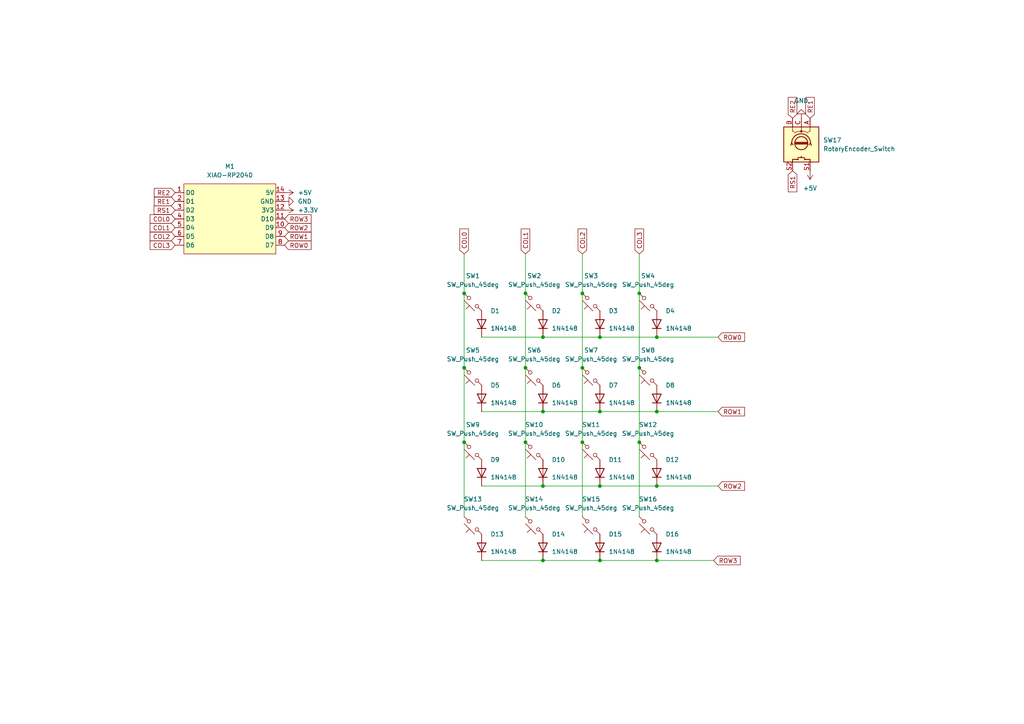
<source format=kicad_sch>
(kicad_sch
	(version 20231120)
	(generator "eeschema")
	(generator_version "8.0")
	(uuid "754d9539-eef3-4c54-affe-abb293ae1740")
	(paper "A4")
	(lib_symbols
		(symbol "Device:RotaryEncoder_Switch"
			(pin_names
				(offset 0.254) hide)
			(exclude_from_sim no)
			(in_bom yes)
			(on_board yes)
			(property "Reference" "SW"
				(at 0 6.604 0)
				(effects
					(font
						(size 1.27 1.27)
					)
				)
			)
			(property "Value" "RotaryEncoder_Switch"
				(at 0 -6.604 0)
				(effects
					(font
						(size 1.27 1.27)
					)
				)
			)
			(property "Footprint" ""
				(at -3.81 4.064 0)
				(effects
					(font
						(size 1.27 1.27)
					)
					(hide yes)
				)
			)
			(property "Datasheet" "~"
				(at 0 6.604 0)
				(effects
					(font
						(size 1.27 1.27)
					)
					(hide yes)
				)
			)
			(property "Description" "Rotary encoder, dual channel, incremental quadrate outputs, with switch"
				(at 0 0 0)
				(effects
					(font
						(size 1.27 1.27)
					)
					(hide yes)
				)
			)
			(property "ki_keywords" "rotary switch encoder switch push button"
				(at 0 0 0)
				(effects
					(font
						(size 1.27 1.27)
					)
					(hide yes)
				)
			)
			(property "ki_fp_filters" "RotaryEncoder*Switch*"
				(at 0 0 0)
				(effects
					(font
						(size 1.27 1.27)
					)
					(hide yes)
				)
			)
			(symbol "RotaryEncoder_Switch_0_1"
				(rectangle
					(start -5.08 5.08)
					(end 5.08 -5.08)
					(stroke
						(width 0.254)
						(type default)
					)
					(fill
						(type background)
					)
				)
				(circle
					(center -3.81 0)
					(radius 0.254)
					(stroke
						(width 0)
						(type default)
					)
					(fill
						(type outline)
					)
				)
				(circle
					(center -0.381 0)
					(radius 1.905)
					(stroke
						(width 0.254)
						(type default)
					)
					(fill
						(type none)
					)
				)
				(arc
					(start -0.381 2.667)
					(mid -3.0988 -0.0635)
					(end -0.381 -2.794)
					(stroke
						(width 0.254)
						(type default)
					)
					(fill
						(type none)
					)
				)
				(polyline
					(pts
						(xy -0.635 -1.778) (xy -0.635 1.778)
					)
					(stroke
						(width 0.254)
						(type default)
					)
					(fill
						(type none)
					)
				)
				(polyline
					(pts
						(xy -0.381 -1.778) (xy -0.381 1.778)
					)
					(stroke
						(width 0.254)
						(type default)
					)
					(fill
						(type none)
					)
				)
				(polyline
					(pts
						(xy -0.127 1.778) (xy -0.127 -1.778)
					)
					(stroke
						(width 0.254)
						(type default)
					)
					(fill
						(type none)
					)
				)
				(polyline
					(pts
						(xy 3.81 0) (xy 3.429 0)
					)
					(stroke
						(width 0.254)
						(type default)
					)
					(fill
						(type none)
					)
				)
				(polyline
					(pts
						(xy 3.81 1.016) (xy 3.81 -1.016)
					)
					(stroke
						(width 0.254)
						(type default)
					)
					(fill
						(type none)
					)
				)
				(polyline
					(pts
						(xy -5.08 -2.54) (xy -3.81 -2.54) (xy -3.81 -2.032)
					)
					(stroke
						(width 0)
						(type default)
					)
					(fill
						(type none)
					)
				)
				(polyline
					(pts
						(xy -5.08 2.54) (xy -3.81 2.54) (xy -3.81 2.032)
					)
					(stroke
						(width 0)
						(type default)
					)
					(fill
						(type none)
					)
				)
				(polyline
					(pts
						(xy 0.254 -3.048) (xy -0.508 -2.794) (xy 0.127 -2.413)
					)
					(stroke
						(width 0.254)
						(type default)
					)
					(fill
						(type none)
					)
				)
				(polyline
					(pts
						(xy 0.254 2.921) (xy -0.508 2.667) (xy 0.127 2.286)
					)
					(stroke
						(width 0.254)
						(type default)
					)
					(fill
						(type none)
					)
				)
				(polyline
					(pts
						(xy 5.08 -2.54) (xy 4.318 -2.54) (xy 4.318 -1.016)
					)
					(stroke
						(width 0.254)
						(type default)
					)
					(fill
						(type none)
					)
				)
				(polyline
					(pts
						(xy 5.08 2.54) (xy 4.318 2.54) (xy 4.318 1.016)
					)
					(stroke
						(width 0.254)
						(type default)
					)
					(fill
						(type none)
					)
				)
				(polyline
					(pts
						(xy -5.08 0) (xy -3.81 0) (xy -3.81 -1.016) (xy -3.302 -2.032)
					)
					(stroke
						(width 0)
						(type default)
					)
					(fill
						(type none)
					)
				)
				(polyline
					(pts
						(xy -4.318 0) (xy -3.81 0) (xy -3.81 1.016) (xy -3.302 2.032)
					)
					(stroke
						(width 0)
						(type default)
					)
					(fill
						(type none)
					)
				)
				(circle
					(center 4.318 -1.016)
					(radius 0.127)
					(stroke
						(width 0.254)
						(type default)
					)
					(fill
						(type none)
					)
				)
				(circle
					(center 4.318 1.016)
					(radius 0.127)
					(stroke
						(width 0.254)
						(type default)
					)
					(fill
						(type none)
					)
				)
			)
			(symbol "RotaryEncoder_Switch_1_1"
				(pin passive line
					(at -7.62 2.54 0)
					(length 2.54)
					(name "A"
						(effects
							(font
								(size 1.27 1.27)
							)
						)
					)
					(number "A"
						(effects
							(font
								(size 1.27 1.27)
							)
						)
					)
				)
				(pin passive line
					(at -7.62 -2.54 0)
					(length 2.54)
					(name "B"
						(effects
							(font
								(size 1.27 1.27)
							)
						)
					)
					(number "B"
						(effects
							(font
								(size 1.27 1.27)
							)
						)
					)
				)
				(pin passive line
					(at -7.62 0 0)
					(length 2.54)
					(name "C"
						(effects
							(font
								(size 1.27 1.27)
							)
						)
					)
					(number "C"
						(effects
							(font
								(size 1.27 1.27)
							)
						)
					)
				)
				(pin passive line
					(at 7.62 2.54 180)
					(length 2.54)
					(name "S1"
						(effects
							(font
								(size 1.27 1.27)
							)
						)
					)
					(number "S1"
						(effects
							(font
								(size 1.27 1.27)
							)
						)
					)
				)
				(pin passive line
					(at 7.62 -2.54 180)
					(length 2.54)
					(name "S2"
						(effects
							(font
								(size 1.27 1.27)
							)
						)
					)
					(number "S2"
						(effects
							(font
								(size 1.27 1.27)
							)
						)
					)
				)
			)
		)
		(symbol "Diode:1N4148"
			(pin_numbers hide)
			(pin_names hide)
			(exclude_from_sim no)
			(in_bom yes)
			(on_board yes)
			(property "Reference" "D"
				(at 0 2.54 0)
				(effects
					(font
						(size 1.27 1.27)
					)
				)
			)
			(property "Value" "1N4148"
				(at 0 -2.54 0)
				(effects
					(font
						(size 1.27 1.27)
					)
				)
			)
			(property "Footprint" "Diode_THT:D_DO-35_SOD27_P7.62mm_Horizontal"
				(at 0 0 0)
				(effects
					(font
						(size 1.27 1.27)
					)
					(hide yes)
				)
			)
			(property "Datasheet" "https://assets.nexperia.com/documents/data-sheet/1N4148_1N4448.pdf"
				(at 0 0 0)
				(effects
					(font
						(size 1.27 1.27)
					)
					(hide yes)
				)
			)
			(property "Description" "100V 0.15A standard switching diode, DO-35"
				(at 0 0 0)
				(effects
					(font
						(size 1.27 1.27)
					)
					(hide yes)
				)
			)
			(property "Sim.Device" "D"
				(at 0 0 0)
				(effects
					(font
						(size 1.27 1.27)
					)
					(hide yes)
				)
			)
			(property "Sim.Pins" "1=K 2=A"
				(at 0 0 0)
				(effects
					(font
						(size 1.27 1.27)
					)
					(hide yes)
				)
			)
			(property "ki_keywords" "diode"
				(at 0 0 0)
				(effects
					(font
						(size 1.27 1.27)
					)
					(hide yes)
				)
			)
			(property "ki_fp_filters" "D*DO?35*"
				(at 0 0 0)
				(effects
					(font
						(size 1.27 1.27)
					)
					(hide yes)
				)
			)
			(symbol "1N4148_0_1"
				(polyline
					(pts
						(xy -1.27 1.27) (xy -1.27 -1.27)
					)
					(stroke
						(width 0.254)
						(type default)
					)
					(fill
						(type none)
					)
				)
				(polyline
					(pts
						(xy 1.27 0) (xy -1.27 0)
					)
					(stroke
						(width 0)
						(type default)
					)
					(fill
						(type none)
					)
				)
				(polyline
					(pts
						(xy 1.27 1.27) (xy 1.27 -1.27) (xy -1.27 0) (xy 1.27 1.27)
					)
					(stroke
						(width 0.254)
						(type default)
					)
					(fill
						(type none)
					)
				)
			)
			(symbol "1N4148_1_1"
				(pin passive line
					(at -3.81 0 0)
					(length 2.54)
					(name "K"
						(effects
							(font
								(size 1.27 1.27)
							)
						)
					)
					(number "1"
						(effects
							(font
								(size 1.27 1.27)
							)
						)
					)
				)
				(pin passive line
					(at 3.81 0 180)
					(length 2.54)
					(name "A"
						(effects
							(font
								(size 1.27 1.27)
							)
						)
					)
					(number "2"
						(effects
							(font
								(size 1.27 1.27)
							)
						)
					)
				)
			)
		)
		(symbol "Switch:SW_Push_45deg"
			(pin_numbers hide)
			(pin_names
				(offset 1.016) hide)
			(exclude_from_sim no)
			(in_bom yes)
			(on_board yes)
			(property "Reference" "SW"
				(at 3.048 1.016 0)
				(effects
					(font
						(size 1.27 1.27)
					)
					(justify left)
				)
			)
			(property "Value" "SW_Push_45deg"
				(at 0 -3.81 0)
				(effects
					(font
						(size 1.27 1.27)
					)
				)
			)
			(property "Footprint" ""
				(at 0 0 0)
				(effects
					(font
						(size 1.27 1.27)
					)
					(hide yes)
				)
			)
			(property "Datasheet" "~"
				(at 0 0 0)
				(effects
					(font
						(size 1.27 1.27)
					)
					(hide yes)
				)
			)
			(property "Description" "Push button switch, normally open, two pins, 45° tilted"
				(at 0 0 0)
				(effects
					(font
						(size 1.27 1.27)
					)
					(hide yes)
				)
			)
			(property "ki_keywords" "switch normally-open pushbutton push-button"
				(at 0 0 0)
				(effects
					(font
						(size 1.27 1.27)
					)
					(hide yes)
				)
			)
			(symbol "SW_Push_45deg_0_1"
				(circle
					(center -1.1684 1.1684)
					(radius 0.508)
					(stroke
						(width 0)
						(type default)
					)
					(fill
						(type none)
					)
				)
				(polyline
					(pts
						(xy -0.508 2.54) (xy 2.54 -0.508)
					)
					(stroke
						(width 0)
						(type default)
					)
					(fill
						(type none)
					)
				)
				(polyline
					(pts
						(xy 1.016 1.016) (xy 2.032 2.032)
					)
					(stroke
						(width 0)
						(type default)
					)
					(fill
						(type none)
					)
				)
				(polyline
					(pts
						(xy -2.54 2.54) (xy -1.524 1.524) (xy -1.524 1.524)
					)
					(stroke
						(width 0)
						(type default)
					)
					(fill
						(type none)
					)
				)
				(polyline
					(pts
						(xy 1.524 -1.524) (xy 2.54 -2.54) (xy 2.54 -2.54) (xy 2.54 -2.54)
					)
					(stroke
						(width 0)
						(type default)
					)
					(fill
						(type none)
					)
				)
				(circle
					(center 1.143 -1.1938)
					(radius 0.508)
					(stroke
						(width 0)
						(type default)
					)
					(fill
						(type none)
					)
				)
				(pin passive line
					(at -2.54 2.54 0)
					(length 0)
					(name "1"
						(effects
							(font
								(size 1.27 1.27)
							)
						)
					)
					(number "1"
						(effects
							(font
								(size 1.27 1.27)
							)
						)
					)
				)
				(pin passive line
					(at 2.54 -2.54 180)
					(length 0)
					(name "2"
						(effects
							(font
								(size 1.27 1.27)
							)
						)
					)
					(number "2"
						(effects
							(font
								(size 1.27 1.27)
							)
						)
					)
				)
			)
		)
		(symbol "power:+3.3V"
			(power)
			(pin_numbers hide)
			(pin_names
				(offset 0) hide)
			(exclude_from_sim no)
			(in_bom yes)
			(on_board yes)
			(property "Reference" "#PWR"
				(at 0 -3.81 0)
				(effects
					(font
						(size 1.27 1.27)
					)
					(hide yes)
				)
			)
			(property "Value" "+3.3V"
				(at 0 3.556 0)
				(effects
					(font
						(size 1.27 1.27)
					)
				)
			)
			(property "Footprint" ""
				(at 0 0 0)
				(effects
					(font
						(size 1.27 1.27)
					)
					(hide yes)
				)
			)
			(property "Datasheet" ""
				(at 0 0 0)
				(effects
					(font
						(size 1.27 1.27)
					)
					(hide yes)
				)
			)
			(property "Description" "Power symbol creates a global label with name \"+3.3V\""
				(at 0 0 0)
				(effects
					(font
						(size 1.27 1.27)
					)
					(hide yes)
				)
			)
			(property "ki_keywords" "global power"
				(at 0 0 0)
				(effects
					(font
						(size 1.27 1.27)
					)
					(hide yes)
				)
			)
			(symbol "+3.3V_0_1"
				(polyline
					(pts
						(xy -0.762 1.27) (xy 0 2.54)
					)
					(stroke
						(width 0)
						(type default)
					)
					(fill
						(type none)
					)
				)
				(polyline
					(pts
						(xy 0 0) (xy 0 2.54)
					)
					(stroke
						(width 0)
						(type default)
					)
					(fill
						(type none)
					)
				)
				(polyline
					(pts
						(xy 0 2.54) (xy 0.762 1.27)
					)
					(stroke
						(width 0)
						(type default)
					)
					(fill
						(type none)
					)
				)
			)
			(symbol "+3.3V_1_1"
				(pin power_in line
					(at 0 0 90)
					(length 0)
					(name "~"
						(effects
							(font
								(size 1.27 1.27)
							)
						)
					)
					(number "1"
						(effects
							(font
								(size 1.27 1.27)
							)
						)
					)
				)
			)
		)
		(symbol "power:+5V"
			(power)
			(pin_numbers hide)
			(pin_names
				(offset 0) hide)
			(exclude_from_sim no)
			(in_bom yes)
			(on_board yes)
			(property "Reference" "#PWR"
				(at 0 -3.81 0)
				(effects
					(font
						(size 1.27 1.27)
					)
					(hide yes)
				)
			)
			(property "Value" "+5V"
				(at 0 3.556 0)
				(effects
					(font
						(size 1.27 1.27)
					)
				)
			)
			(property "Footprint" ""
				(at 0 0 0)
				(effects
					(font
						(size 1.27 1.27)
					)
					(hide yes)
				)
			)
			(property "Datasheet" ""
				(at 0 0 0)
				(effects
					(font
						(size 1.27 1.27)
					)
					(hide yes)
				)
			)
			(property "Description" "Power symbol creates a global label with name \"+5V\""
				(at 0 0 0)
				(effects
					(font
						(size 1.27 1.27)
					)
					(hide yes)
				)
			)
			(property "ki_keywords" "global power"
				(at 0 0 0)
				(effects
					(font
						(size 1.27 1.27)
					)
					(hide yes)
				)
			)
			(symbol "+5V_0_1"
				(polyline
					(pts
						(xy -0.762 1.27) (xy 0 2.54)
					)
					(stroke
						(width 0)
						(type default)
					)
					(fill
						(type none)
					)
				)
				(polyline
					(pts
						(xy 0 0) (xy 0 2.54)
					)
					(stroke
						(width 0)
						(type default)
					)
					(fill
						(type none)
					)
				)
				(polyline
					(pts
						(xy 0 2.54) (xy 0.762 1.27)
					)
					(stroke
						(width 0)
						(type default)
					)
					(fill
						(type none)
					)
				)
			)
			(symbol "+5V_1_1"
				(pin power_in line
					(at 0 0 90)
					(length 0)
					(name "~"
						(effects
							(font
								(size 1.27 1.27)
							)
						)
					)
					(number "1"
						(effects
							(font
								(size 1.27 1.27)
							)
						)
					)
				)
			)
		)
		(symbol "power:GND"
			(power)
			(pin_numbers hide)
			(pin_names
				(offset 0) hide)
			(exclude_from_sim no)
			(in_bom yes)
			(on_board yes)
			(property "Reference" "#PWR"
				(at 0 -6.35 0)
				(effects
					(font
						(size 1.27 1.27)
					)
					(hide yes)
				)
			)
			(property "Value" "GND"
				(at 0 -3.81 0)
				(effects
					(font
						(size 1.27 1.27)
					)
				)
			)
			(property "Footprint" ""
				(at 0 0 0)
				(effects
					(font
						(size 1.27 1.27)
					)
					(hide yes)
				)
			)
			(property "Datasheet" ""
				(at 0 0 0)
				(effects
					(font
						(size 1.27 1.27)
					)
					(hide yes)
				)
			)
			(property "Description" "Power symbol creates a global label with name \"GND\" , ground"
				(at 0 0 0)
				(effects
					(font
						(size 1.27 1.27)
					)
					(hide yes)
				)
			)
			(property "ki_keywords" "global power"
				(at 0 0 0)
				(effects
					(font
						(size 1.27 1.27)
					)
					(hide yes)
				)
			)
			(symbol "GND_0_1"
				(polyline
					(pts
						(xy 0 0) (xy 0 -1.27) (xy 1.27 -1.27) (xy 0 -2.54) (xy -1.27 -1.27) (xy 0 -1.27)
					)
					(stroke
						(width 0)
						(type default)
					)
					(fill
						(type none)
					)
				)
			)
			(symbol "GND_1_1"
				(pin power_in line
					(at 0 0 270)
					(length 0)
					(name "~"
						(effects
							(font
								(size 1.27 1.27)
							)
						)
					)
					(number "1"
						(effects
							(font
								(size 1.27 1.27)
							)
						)
					)
				)
			)
		)
		(symbol "xiao-rp2040:XIAO-RP2040"
			(exclude_from_sim no)
			(in_bom yes)
			(on_board yes)
			(property "Reference" "M"
				(at 0 0 0)
				(effects
					(font
						(size 1.27 1.27)
					)
				)
			)
			(property "Value" "XIAO-RP2040"
				(at 0 2.54 0)
				(effects
					(font
						(size 1.27 1.27)
					)
				)
			)
			(property "Footprint" ""
				(at 0 0 0)
				(effects
					(font
						(size 1.27 1.27)
					)
					(hide yes)
				)
			)
			(property "Datasheet" ""
				(at 0 0 0)
				(effects
					(font
						(size 1.27 1.27)
					)
					(hide yes)
				)
			)
			(property "Description" ""
				(at 0 0 0)
				(effects
					(font
						(size 1.27 1.27)
					)
					(hide yes)
				)
			)
			(symbol "XIAO-RP2040_0_1"
				(rectangle
					(start -12.7 10.16)
					(end 13.97 -10.16)
					(stroke
						(width 0)
						(type default)
					)
					(fill
						(type background)
					)
				)
			)
			(symbol "XIAO-RP2040_1_1"
				(pin bidirectional line
					(at -15.24 7.62 0)
					(length 2.54)
					(name "D0"
						(effects
							(font
								(size 1.27 1.27)
							)
						)
					)
					(number "1"
						(effects
							(font
								(size 1.27 1.27)
							)
						)
					)
				)
				(pin bidirectional line
					(at 16.51 -2.54 180)
					(length 2.54)
					(name "D9"
						(effects
							(font
								(size 1.27 1.27)
							)
						)
					)
					(number "10"
						(effects
							(font
								(size 1.27 1.27)
							)
						)
					)
				)
				(pin bidirectional line
					(at 16.51 0 180)
					(length 2.54)
					(name "D10"
						(effects
							(font
								(size 1.27 1.27)
							)
						)
					)
					(number "11"
						(effects
							(font
								(size 1.27 1.27)
							)
						)
					)
				)
				(pin power_in line
					(at 16.51 2.54 180)
					(length 2.54)
					(name "3V3"
						(effects
							(font
								(size 1.27 1.27)
							)
						)
					)
					(number "12"
						(effects
							(font
								(size 1.27 1.27)
							)
						)
					)
				)
				(pin power_in line
					(at 16.51 5.08 180)
					(length 2.54)
					(name "GND"
						(effects
							(font
								(size 1.27 1.27)
							)
						)
					)
					(number "13"
						(effects
							(font
								(size 1.27 1.27)
							)
						)
					)
				)
				(pin power_in line
					(at 16.51 7.62 180)
					(length 2.54)
					(name "5V"
						(effects
							(font
								(size 1.27 1.27)
							)
						)
					)
					(number "14"
						(effects
							(font
								(size 1.27 1.27)
							)
						)
					)
				)
				(pin bidirectional line
					(at -15.24 5.08 0)
					(length 2.54)
					(name "D1"
						(effects
							(font
								(size 1.27 1.27)
							)
						)
					)
					(number "2"
						(effects
							(font
								(size 1.27 1.27)
							)
						)
					)
				)
				(pin bidirectional line
					(at -15.24 2.54 0)
					(length 2.54)
					(name "D2"
						(effects
							(font
								(size 1.27 1.27)
							)
						)
					)
					(number "3"
						(effects
							(font
								(size 1.27 1.27)
							)
						)
					)
				)
				(pin bidirectional line
					(at -15.24 0 0)
					(length 2.54)
					(name "D3"
						(effects
							(font
								(size 1.27 1.27)
							)
						)
					)
					(number "4"
						(effects
							(font
								(size 1.27 1.27)
							)
						)
					)
				)
				(pin bidirectional line
					(at -15.24 -2.54 0)
					(length 2.54)
					(name "D4"
						(effects
							(font
								(size 1.27 1.27)
							)
						)
					)
					(number "5"
						(effects
							(font
								(size 1.27 1.27)
							)
						)
					)
				)
				(pin bidirectional line
					(at -15.24 -5.08 0)
					(length 2.54)
					(name "D5"
						(effects
							(font
								(size 1.27 1.27)
							)
						)
					)
					(number "6"
						(effects
							(font
								(size 1.27 1.27)
							)
						)
					)
				)
				(pin bidirectional line
					(at -15.24 -7.62 0)
					(length 2.54)
					(name "D6"
						(effects
							(font
								(size 1.27 1.27)
							)
						)
					)
					(number "7"
						(effects
							(font
								(size 1.27 1.27)
							)
						)
					)
				)
				(pin bidirectional line
					(at 16.51 -7.62 180)
					(length 2.54)
					(name "D7"
						(effects
							(font
								(size 1.27 1.27)
							)
						)
					)
					(number "8"
						(effects
							(font
								(size 1.27 1.27)
							)
						)
					)
				)
				(pin bidirectional line
					(at 16.51 -5.08 180)
					(length 2.54)
					(name "D8"
						(effects
							(font
								(size 1.27 1.27)
							)
						)
					)
					(number "9"
						(effects
							(font
								(size 1.27 1.27)
							)
						)
					)
				)
			)
		)
	)
	(junction
		(at 173.99 140.97)
		(diameter 0)
		(color 0 0 0 0)
		(uuid "01427832-0507-4222-81e6-1a620688c459")
	)
	(junction
		(at 134.62 85.09)
		(diameter 0)
		(color 0 0 0 0)
		(uuid "02d09e34-8b8d-49b4-8aa9-c6240697bf6b")
	)
	(junction
		(at 152.4 85.09)
		(diameter 0)
		(color 0 0 0 0)
		(uuid "091159bc-2bb9-4c7a-b868-acfd94749652")
	)
	(junction
		(at 185.42 85.09)
		(diameter 0)
		(color 0 0 0 0)
		(uuid "0a448519-0efb-4178-8c1a-9f083ecd3a6b")
	)
	(junction
		(at 152.4 106.68)
		(diameter 0)
		(color 0 0 0 0)
		(uuid "1f388f87-b0b5-41df-b965-a0464b7355ae")
	)
	(junction
		(at 134.62 128.27)
		(diameter 0)
		(color 0 0 0 0)
		(uuid "274f644c-14b1-4521-8201-3acacd438dc3")
	)
	(junction
		(at 157.48 162.56)
		(diameter 0)
		(color 0 0 0 0)
		(uuid "284c55fc-fb3b-4df4-95e0-4671c2844ab1")
	)
	(junction
		(at 190.5 162.56)
		(diameter 0)
		(color 0 0 0 0)
		(uuid "2d1a218a-caaa-4cb0-a3ac-5585485ff240")
	)
	(junction
		(at 134.62 106.68)
		(diameter 0)
		(color 0 0 0 0)
		(uuid "334cddb9-7f81-4337-b142-c66f98cfbfe3")
	)
	(junction
		(at 168.91 85.09)
		(diameter 0)
		(color 0 0 0 0)
		(uuid "39077111-2828-4df1-8371-297b232863ab")
	)
	(junction
		(at 157.48 119.38)
		(diameter 0)
		(color 0 0 0 0)
		(uuid "4cd4e3ff-9133-4276-9166-43195bae7981")
	)
	(junction
		(at 157.48 140.97)
		(diameter 0)
		(color 0 0 0 0)
		(uuid "576d3b70-0ad8-45b5-b59f-98f4e65e8af7")
	)
	(junction
		(at 185.42 106.68)
		(diameter 0)
		(color 0 0 0 0)
		(uuid "6f91a7b3-825a-4bf3-9343-825413e64f08")
	)
	(junction
		(at 190.5 119.38)
		(diameter 0)
		(color 0 0 0 0)
		(uuid "7b702845-73c1-437c-aa9e-b587531a41bc")
	)
	(junction
		(at 157.48 97.79)
		(diameter 0)
		(color 0 0 0 0)
		(uuid "827f5018-fcd0-4549-ba1c-438945706e45")
	)
	(junction
		(at 168.91 106.68)
		(diameter 0)
		(color 0 0 0 0)
		(uuid "935ffa60-d33b-4c3e-8f67-231d4c8d66ef")
	)
	(junction
		(at 173.99 119.38)
		(diameter 0)
		(color 0 0 0 0)
		(uuid "b25ab6ce-d89e-4d7f-a05b-29cc2ffbf99a")
	)
	(junction
		(at 190.5 97.79)
		(diameter 0)
		(color 0 0 0 0)
		(uuid "c2ff7fad-7762-4c98-a0a7-eb32eb8a8a55")
	)
	(junction
		(at 173.99 162.56)
		(diameter 0)
		(color 0 0 0 0)
		(uuid "d327bd5b-e130-4e69-a2ad-eb01673eb7e5")
	)
	(junction
		(at 152.4 128.27)
		(diameter 0)
		(color 0 0 0 0)
		(uuid "d6d6dfb3-a1d6-4c57-81a2-7ee383614a74")
	)
	(junction
		(at 168.91 128.27)
		(diameter 0)
		(color 0 0 0 0)
		(uuid "de1688a4-6fae-4683-a63e-2d2f2d9b0bf4")
	)
	(junction
		(at 190.5 140.97)
		(diameter 0)
		(color 0 0 0 0)
		(uuid "eef1752a-703d-4f43-b733-4090ff58a567")
	)
	(junction
		(at 185.42 128.27)
		(diameter 0)
		(color 0 0 0 0)
		(uuid "f65f82bd-9d3c-4221-9f70-8dedeb513f55")
	)
	(junction
		(at 173.99 97.79)
		(diameter 0)
		(color 0 0 0 0)
		(uuid "f7eb9dbe-6d16-4c70-8c7a-744a35383aa5")
	)
	(wire
		(pts
			(xy 190.5 162.56) (xy 207.01 162.56)
		)
		(stroke
			(width 0)
			(type default)
		)
		(uuid "05468b54-95dd-420f-abf6-816cc462cfa0")
	)
	(wire
		(pts
			(xy 157.48 162.56) (xy 173.99 162.56)
		)
		(stroke
			(width 0)
			(type default)
		)
		(uuid "0553b777-d14f-41cf-ad9b-f7ecbb22d4bc")
	)
	(wire
		(pts
			(xy 190.5 140.97) (xy 208.28 140.97)
		)
		(stroke
			(width 0)
			(type default)
		)
		(uuid "099fbf99-c396-41e9-8d05-c0f71a700b20")
	)
	(wire
		(pts
			(xy 134.62 128.27) (xy 134.62 149.86)
		)
		(stroke
			(width 0)
			(type default)
		)
		(uuid "0a7a6212-c714-4d29-8990-f751a73bb964")
	)
	(wire
		(pts
			(xy 173.99 140.97) (xy 190.5 140.97)
		)
		(stroke
			(width 0)
			(type default)
		)
		(uuid "1243aaaa-3f70-453a-9670-a3c3f9e2c267")
	)
	(wire
		(pts
			(xy 168.91 73.66) (xy 168.91 85.09)
		)
		(stroke
			(width 0)
			(type default)
		)
		(uuid "1bc3a810-cef0-416f-a35b-7bcd83d982e5")
	)
	(wire
		(pts
			(xy 173.99 119.38) (xy 190.5 119.38)
		)
		(stroke
			(width 0)
			(type default)
		)
		(uuid "4131c6a6-0542-4150-8d0a-cce00230159e")
	)
	(wire
		(pts
			(xy 152.4 128.27) (xy 152.4 149.86)
		)
		(stroke
			(width 0)
			(type default)
		)
		(uuid "41fb8d3c-a274-4b3e-add7-a360a514e0c5")
	)
	(wire
		(pts
			(xy 168.91 106.68) (xy 168.91 128.27)
		)
		(stroke
			(width 0)
			(type default)
		)
		(uuid "549f5640-c21d-4a32-8f35-d269f546792e")
	)
	(wire
		(pts
			(xy 139.7 97.79) (xy 157.48 97.79)
		)
		(stroke
			(width 0)
			(type default)
		)
		(uuid "560d661b-a9b0-4c40-97ab-ed23ead7bc6e")
	)
	(wire
		(pts
			(xy 190.5 97.79) (xy 208.28 97.79)
		)
		(stroke
			(width 0)
			(type default)
		)
		(uuid "57397796-2b72-44c7-99f0-0106b9586e8b")
	)
	(wire
		(pts
			(xy 152.4 85.09) (xy 152.4 106.68)
		)
		(stroke
			(width 0)
			(type default)
		)
		(uuid "5855ac45-d65f-4dac-bce7-6c077c166f28")
	)
	(wire
		(pts
			(xy 185.42 106.68) (xy 185.42 128.27)
		)
		(stroke
			(width 0)
			(type default)
		)
		(uuid "63a9d681-1195-4e66-bc7b-5d7c044ce859")
	)
	(wire
		(pts
			(xy 157.48 140.97) (xy 173.99 140.97)
		)
		(stroke
			(width 0)
			(type default)
		)
		(uuid "6492d480-2f2c-4de8-b2eb-997a65a5ee97")
	)
	(wire
		(pts
			(xy 168.91 85.09) (xy 168.91 106.68)
		)
		(stroke
			(width 0)
			(type default)
		)
		(uuid "675bfdc0-5c22-48ba-879f-020b16abe410")
	)
	(wire
		(pts
			(xy 139.7 119.38) (xy 157.48 119.38)
		)
		(stroke
			(width 0)
			(type default)
		)
		(uuid "6a626da9-e358-41a5-af64-85e0a37a1ef0")
	)
	(wire
		(pts
			(xy 190.5 119.38) (xy 208.28 119.38)
		)
		(stroke
			(width 0)
			(type default)
		)
		(uuid "6adeb3ea-efe9-4bad-87a0-81fc56187cae")
	)
	(wire
		(pts
			(xy 173.99 162.56) (xy 190.5 162.56)
		)
		(stroke
			(width 0)
			(type default)
		)
		(uuid "879fb780-c41f-4a6f-9fb3-1e42e2801e9e")
	)
	(wire
		(pts
			(xy 185.42 128.27) (xy 185.42 149.86)
		)
		(stroke
			(width 0)
			(type default)
		)
		(uuid "91cae154-8f8a-416e-a20f-f820690d17f7")
	)
	(wire
		(pts
			(xy 157.48 97.79) (xy 173.99 97.79)
		)
		(stroke
			(width 0)
			(type default)
		)
		(uuid "9a639256-2d98-471d-af92-2ff9c1a6cecd")
	)
	(wire
		(pts
			(xy 139.7 162.56) (xy 157.48 162.56)
		)
		(stroke
			(width 0)
			(type default)
		)
		(uuid "9c5133e4-00d7-4547-8804-e3832d633ad6")
	)
	(wire
		(pts
			(xy 134.62 73.66) (xy 134.62 85.09)
		)
		(stroke
			(width 0)
			(type default)
		)
		(uuid "a01f5fe0-284d-4155-8f12-d882f1062c04")
	)
	(wire
		(pts
			(xy 152.4 106.68) (xy 152.4 128.27)
		)
		(stroke
			(width 0)
			(type default)
		)
		(uuid "a1da594c-7b1c-4ac7-becd-b2f6edec6dff")
	)
	(wire
		(pts
			(xy 173.99 97.79) (xy 190.5 97.79)
		)
		(stroke
			(width 0)
			(type default)
		)
		(uuid "b3173b03-0ad9-434b-af0c-d571b5f0a4b2")
	)
	(wire
		(pts
			(xy 185.42 85.09) (xy 185.42 106.68)
		)
		(stroke
			(width 0)
			(type default)
		)
		(uuid "b85993ec-32bd-4f06-b1fd-343228633762")
	)
	(wire
		(pts
			(xy 152.4 73.66) (xy 152.4 85.09)
		)
		(stroke
			(width 0)
			(type default)
		)
		(uuid "bdd72046-9449-4914-80bd-0dd384de211b")
	)
	(wire
		(pts
			(xy 134.62 85.09) (xy 134.62 106.68)
		)
		(stroke
			(width 0)
			(type default)
		)
		(uuid "c4a22f4b-1008-4b1a-bbbd-174715865601")
	)
	(wire
		(pts
			(xy 168.91 128.27) (xy 168.91 149.86)
		)
		(stroke
			(width 0)
			(type default)
		)
		(uuid "cb2610ee-38cc-4d3f-b725-a90369aeb62e")
	)
	(wire
		(pts
			(xy 157.48 119.38) (xy 173.99 119.38)
		)
		(stroke
			(width 0)
			(type default)
		)
		(uuid "d5677c42-80da-4577-8d2c-f13a5601e738")
	)
	(wire
		(pts
			(xy 185.42 73.66) (xy 185.42 85.09)
		)
		(stroke
			(width 0)
			(type default)
		)
		(uuid "d93d20ae-1863-45f6-ae49-d82872a555d2")
	)
	(wire
		(pts
			(xy 139.7 140.97) (xy 157.48 140.97)
		)
		(stroke
			(width 0)
			(type default)
		)
		(uuid "db87beb2-1935-4930-95de-62fc09d5d420")
	)
	(wire
		(pts
			(xy 134.62 106.68) (xy 134.62 128.27)
		)
		(stroke
			(width 0)
			(type default)
		)
		(uuid "fc01f50d-0ca9-4258-9401-528068e1da88")
	)
	(global_label "ROW1"
		(shape input)
		(at 208.28 119.38 0)
		(fields_autoplaced yes)
		(effects
			(font
				(size 1.27 1.27)
			)
			(justify left)
		)
		(uuid "03f10c64-8e8e-49a7-9e9c-3606e5be5434")
		(property "Intersheetrefs" "${INTERSHEET_REFS}"
			(at 216.5266 119.38 0)
			(effects
				(font
					(size 1.27 1.27)
				)
				(justify left)
				(hide yes)
			)
		)
	)
	(global_label "RS1"
		(shape input)
		(at 50.8 60.96 180)
		(fields_autoplaced yes)
		(effects
			(font
				(size 1.27 1.27)
			)
			(justify right)
		)
		(uuid "09cc25bb-fb46-47d2-abfb-6788d0ee5570")
		(property "Intersheetrefs" "${INTERSHEET_REFS}"
			(at 44.1258 60.96 0)
			(effects
				(font
					(size 1.27 1.27)
				)
				(justify right)
				(hide yes)
			)
		)
	)
	(global_label "ROW0"
		(shape input)
		(at 208.28 97.79 0)
		(fields_autoplaced yes)
		(effects
			(font
				(size 1.27 1.27)
			)
			(justify left)
		)
		(uuid "137c3aa1-a225-48fb-b1a0-f8c6b62a60f1")
		(property "Intersheetrefs" "${INTERSHEET_REFS}"
			(at 216.5266 97.79 0)
			(effects
				(font
					(size 1.27 1.27)
				)
				(justify left)
				(hide yes)
			)
		)
	)
	(global_label "RS1"
		(shape input)
		(at 229.87 49.53 270)
		(fields_autoplaced yes)
		(effects
			(font
				(size 1.27 1.27)
			)
			(justify right)
		)
		(uuid "213a3f30-aeaf-4870-922f-8b0cbf10765f")
		(property "Intersheetrefs" "${INTERSHEET_REFS}"
			(at 229.87 56.2042 90)
			(effects
				(font
					(size 1.27 1.27)
				)
				(justify right)
				(hide yes)
			)
		)
	)
	(global_label "COL3"
		(shape input)
		(at 185.42 73.66 90)
		(fields_autoplaced yes)
		(effects
			(font
				(size 1.27 1.27)
			)
			(justify left)
		)
		(uuid "246698e7-9e8a-4243-ad3e-0536a963cada")
		(property "Intersheetrefs" "${INTERSHEET_REFS}"
			(at 185.42 65.8367 90)
			(effects
				(font
					(size 1.27 1.27)
				)
				(justify left)
				(hide yes)
			)
		)
	)
	(global_label "COL1"
		(shape input)
		(at 152.4 73.66 90)
		(fields_autoplaced yes)
		(effects
			(font
				(size 1.27 1.27)
			)
			(justify left)
		)
		(uuid "3170aefe-ef70-4916-a113-9f3b654641f0")
		(property "Intersheetrefs" "${INTERSHEET_REFS}"
			(at 152.4 65.8367 90)
			(effects
				(font
					(size 1.27 1.27)
				)
				(justify left)
				(hide yes)
			)
		)
	)
	(global_label "COL3"
		(shape input)
		(at 50.8 71.12 180)
		(fields_autoplaced yes)
		(effects
			(font
				(size 1.27 1.27)
			)
			(justify right)
		)
		(uuid "3583a234-eead-47d0-9e79-f291ab684abc")
		(property "Intersheetrefs" "${INTERSHEET_REFS}"
			(at 42.9767 71.12 0)
			(effects
				(font
					(size 1.27 1.27)
				)
				(justify right)
				(hide yes)
			)
		)
	)
	(global_label "COL2"
		(shape input)
		(at 50.8 68.58 180)
		(fields_autoplaced yes)
		(effects
			(font
				(size 1.27 1.27)
			)
			(justify right)
		)
		(uuid "459e2dec-ccae-41dc-bce7-4749de3f347d")
		(property "Intersheetrefs" "${INTERSHEET_REFS}"
			(at 42.9767 68.58 0)
			(effects
				(font
					(size 1.27 1.27)
				)
				(justify right)
				(hide yes)
			)
		)
	)
	(global_label "ROW2"
		(shape input)
		(at 82.55 66.04 0)
		(fields_autoplaced yes)
		(effects
			(font
				(size 1.27 1.27)
			)
			(justify left)
		)
		(uuid "52b52645-51ec-4b0c-8dd8-b8367a1dbac5")
		(property "Intersheetrefs" "${INTERSHEET_REFS}"
			(at 90.7966 66.04 0)
			(effects
				(font
					(size 1.27 1.27)
				)
				(justify left)
				(hide yes)
			)
		)
	)
	(global_label "RE2"
		(shape input)
		(at 50.8 55.88 180)
		(fields_autoplaced yes)
		(effects
			(font
				(size 1.27 1.27)
			)
			(justify right)
		)
		(uuid "6778ec3c-9515-4219-9a52-aae7c6bf3251")
		(property "Intersheetrefs" "${INTERSHEET_REFS}"
			(at 44.1863 55.88 0)
			(effects
				(font
					(size 1.27 1.27)
				)
				(justify right)
				(hide yes)
			)
		)
	)
	(global_label "ROW2"
		(shape input)
		(at 208.28 140.97 0)
		(fields_autoplaced yes)
		(effects
			(font
				(size 1.27 1.27)
			)
			(justify left)
		)
		(uuid "6912a4dd-2b86-4863-9e08-9d4f2f70b539")
		(property "Intersheetrefs" "${INTERSHEET_REFS}"
			(at 216.5266 140.97 0)
			(effects
				(font
					(size 1.27 1.27)
				)
				(justify left)
				(hide yes)
			)
		)
	)
	(global_label "RE1"
		(shape input)
		(at 50.8 58.42 180)
		(fields_autoplaced yes)
		(effects
			(font
				(size 1.27 1.27)
			)
			(justify right)
		)
		(uuid "781aae97-5877-4cc7-ba96-578250014321")
		(property "Intersheetrefs" "${INTERSHEET_REFS}"
			(at 44.1863 58.42 0)
			(effects
				(font
					(size 1.27 1.27)
				)
				(justify right)
				(hide yes)
			)
		)
	)
	(global_label "COL1"
		(shape input)
		(at 50.8 66.04 180)
		(fields_autoplaced yes)
		(effects
			(font
				(size 1.27 1.27)
			)
			(justify right)
		)
		(uuid "7da30b17-fd45-4f85-8153-36d9b55884ce")
		(property "Intersheetrefs" "${INTERSHEET_REFS}"
			(at 42.9767 66.04 0)
			(effects
				(font
					(size 1.27 1.27)
				)
				(justify right)
				(hide yes)
			)
		)
	)
	(global_label "ROW3"
		(shape input)
		(at 207.01 162.56 0)
		(fields_autoplaced yes)
		(effects
			(font
				(size 1.27 1.27)
			)
			(justify left)
		)
		(uuid "7f8221ee-2860-49c5-8234-75487c392bfb")
		(property "Intersheetrefs" "${INTERSHEET_REFS}"
			(at 215.2566 162.56 0)
			(effects
				(font
					(size 1.27 1.27)
				)
				(justify left)
				(hide yes)
			)
		)
	)
	(global_label "COL2"
		(shape input)
		(at 168.91 73.66 90)
		(fields_autoplaced yes)
		(effects
			(font
				(size 1.27 1.27)
			)
			(justify left)
		)
		(uuid "7f8fb538-793d-4094-bf92-92ab7e90c3ea")
		(property "Intersheetrefs" "${INTERSHEET_REFS}"
			(at 168.91 65.8367 90)
			(effects
				(font
					(size 1.27 1.27)
				)
				(justify left)
				(hide yes)
			)
		)
	)
	(global_label "RE1"
		(shape input)
		(at 234.95 34.29 90)
		(fields_autoplaced yes)
		(effects
			(font
				(size 1.27 1.27)
			)
			(justify left)
		)
		(uuid "87936029-fc57-4932-9b5b-d8c555a1a6bf")
		(property "Intersheetrefs" "${INTERSHEET_REFS}"
			(at 234.95 27.6763 90)
			(effects
				(font
					(size 1.27 1.27)
				)
				(justify left)
				(hide yes)
			)
		)
	)
	(global_label "ROW1"
		(shape input)
		(at 82.55 68.58 0)
		(fields_autoplaced yes)
		(effects
			(font
				(size 1.27 1.27)
			)
			(justify left)
		)
		(uuid "8a76811a-5141-4a7b-a752-7593dabd2f97")
		(property "Intersheetrefs" "${INTERSHEET_REFS}"
			(at 90.7966 68.58 0)
			(effects
				(font
					(size 1.27 1.27)
				)
				(justify left)
				(hide yes)
			)
		)
	)
	(global_label "RE2"
		(shape input)
		(at 229.87 34.29 90)
		(fields_autoplaced yes)
		(effects
			(font
				(size 1.27 1.27)
			)
			(justify left)
		)
		(uuid "958f818c-7eff-41e7-a508-9e609dd4604c")
		(property "Intersheetrefs" "${INTERSHEET_REFS}"
			(at 229.87 27.6763 90)
			(effects
				(font
					(size 1.27 1.27)
				)
				(justify left)
				(hide yes)
			)
		)
	)
	(global_label "ROW0"
		(shape input)
		(at 82.55 71.12 0)
		(fields_autoplaced yes)
		(effects
			(font
				(size 1.27 1.27)
			)
			(justify left)
		)
		(uuid "bf10def2-4bd6-4e91-ad35-3ad63b2d12b2")
		(property "Intersheetrefs" "${INTERSHEET_REFS}"
			(at 90.7966 71.12 0)
			(effects
				(font
					(size 1.27 1.27)
				)
				(justify left)
				(hide yes)
			)
		)
	)
	(global_label "COL0"
		(shape input)
		(at 50.8 63.5 180)
		(fields_autoplaced yes)
		(effects
			(font
				(size 1.27 1.27)
			)
			(justify right)
		)
		(uuid "d3d69605-9edf-46eb-8c3a-3bbcfd321bf4")
		(property "Intersheetrefs" "${INTERSHEET_REFS}"
			(at 42.9767 63.5 0)
			(effects
				(font
					(size 1.27 1.27)
				)
				(justify right)
				(hide yes)
			)
		)
	)
	(global_label "ROW3"
		(shape input)
		(at 82.55 63.5 0)
		(fields_autoplaced yes)
		(effects
			(font
				(size 1.27 1.27)
			)
			(justify left)
		)
		(uuid "e36d5c1d-0fd2-4f6d-bee7-dd7067c76967")
		(property "Intersheetrefs" "${INTERSHEET_REFS}"
			(at 90.7966 63.5 0)
			(effects
				(font
					(size 1.27 1.27)
				)
				(justify left)
				(hide yes)
			)
		)
	)
	(global_label "COL0"
		(shape input)
		(at 134.62 73.66 90)
		(fields_autoplaced yes)
		(effects
			(font
				(size 1.27 1.27)
			)
			(justify left)
		)
		(uuid "e3fdaf3e-763d-4cbb-958f-f5f6e86c3412")
		(property "Intersheetrefs" "${INTERSHEET_REFS}"
			(at 134.62 65.8367 90)
			(effects
				(font
					(size 1.27 1.27)
				)
				(justify left)
				(hide yes)
			)
		)
	)
	(symbol
		(lib_id "Diode:1N4148")
		(at 173.99 137.16 90)
		(unit 1)
		(exclude_from_sim no)
		(in_bom yes)
		(on_board yes)
		(dnp no)
		(uuid "0530b0ea-3738-4de5-9bbb-d36e76843306")
		(property "Reference" "D11"
			(at 176.53 133.3499 90)
			(effects
				(font
					(size 1.27 1.27)
				)
				(justify right)
			)
		)
		(property "Value" "1N4148"
			(at 176.53 138.4299 90)
			(effects
				(font
					(size 1.27 1.27)
				)
				(justify right)
			)
		)
		(property "Footprint" "Diode_THT:D_DO-35_SOD27_P7.62mm_Horizontal"
			(at 173.99 137.16 0)
			(effects
				(font
					(size 1.27 1.27)
				)
				(hide yes)
			)
		)
		(property "Datasheet" "https://assets.nexperia.com/documents/data-sheet/1N4148_1N4448.pdf"
			(at 173.99 137.16 0)
			(effects
				(font
					(size 1.27 1.27)
				)
				(hide yes)
			)
		)
		(property "Description" "100V 0.15A standard switching diode, DO-35"
			(at 173.99 137.16 0)
			(effects
				(font
					(size 1.27 1.27)
				)
				(hide yes)
			)
		)
		(property "Sim.Device" "D"
			(at 173.99 137.16 0)
			(effects
				(font
					(size 1.27 1.27)
				)
				(hide yes)
			)
		)
		(property "Sim.Pins" "1=K 2=A"
			(at 173.99 137.16 0)
			(effects
				(font
					(size 1.27 1.27)
				)
				(hide yes)
			)
		)
		(pin "2"
			(uuid "0b951382-7eb5-4c0a-b9c2-8705dd1404bf")
		)
		(pin "1"
			(uuid "d45d4b36-f1ea-41b7-bd8c-766ebae727b8")
		)
		(instances
			(project "pcb"
				(path "/754d9539-eef3-4c54-affe-abb293ae1740"
					(reference "D11")
					(unit 1)
				)
			)
		)
	)
	(symbol
		(lib_id "Diode:1N4148")
		(at 139.7 115.57 90)
		(unit 1)
		(exclude_from_sim no)
		(in_bom yes)
		(on_board yes)
		(dnp no)
		(uuid "0825b86a-9524-42f9-9998-c9f66f6587a7")
		(property "Reference" "D5"
			(at 142.24 111.7599 90)
			(effects
				(font
					(size 1.27 1.27)
				)
				(justify right)
			)
		)
		(property "Value" "1N4148"
			(at 142.24 116.8399 90)
			(effects
				(font
					(size 1.27 1.27)
				)
				(justify right)
			)
		)
		(property "Footprint" "Diode_THT:D_DO-35_SOD27_P7.62mm_Horizontal"
			(at 139.7 115.57 0)
			(effects
				(font
					(size 1.27 1.27)
				)
				(hide yes)
			)
		)
		(property "Datasheet" "https://assets.nexperia.com/documents/data-sheet/1N4148_1N4448.pdf"
			(at 139.7 115.57 0)
			(effects
				(font
					(size 1.27 1.27)
				)
				(hide yes)
			)
		)
		(property "Description" "100V 0.15A standard switching diode, DO-35"
			(at 139.7 115.57 0)
			(effects
				(font
					(size 1.27 1.27)
				)
				(hide yes)
			)
		)
		(property "Sim.Device" "D"
			(at 139.7 115.57 0)
			(effects
				(font
					(size 1.27 1.27)
				)
				(hide yes)
			)
		)
		(property "Sim.Pins" "1=K 2=A"
			(at 139.7 115.57 0)
			(effects
				(font
					(size 1.27 1.27)
				)
				(hide yes)
			)
		)
		(pin "2"
			(uuid "f61f5dda-026e-4e40-a43a-acd6e5ef541f")
		)
		(pin "1"
			(uuid "67b493d6-dad9-4a26-80d7-66bff6f77b54")
		)
		(instances
			(project "pcb"
				(path "/754d9539-eef3-4c54-affe-abb293ae1740"
					(reference "D5")
					(unit 1)
				)
			)
		)
	)
	(symbol
		(lib_id "Diode:1N4148")
		(at 139.7 93.98 90)
		(unit 1)
		(exclude_from_sim no)
		(in_bom yes)
		(on_board yes)
		(dnp no)
		(uuid "08b15d72-f49e-44de-8788-f01aba791b26")
		(property "Reference" "D1"
			(at 142.24 90.1699 90)
			(effects
				(font
					(size 1.27 1.27)
				)
				(justify right)
			)
		)
		(property "Value" "1N4148"
			(at 142.24 95.2499 90)
			(effects
				(font
					(size 1.27 1.27)
				)
				(justify right)
			)
		)
		(property "Footprint" "Diode_THT:D_DO-35_SOD27_P7.62mm_Horizontal"
			(at 139.7 93.98 0)
			(effects
				(font
					(size 1.27 1.27)
				)
				(hide yes)
			)
		)
		(property "Datasheet" "https://assets.nexperia.com/documents/data-sheet/1N4148_1N4448.pdf"
			(at 139.7 93.98 0)
			(effects
				(font
					(size 1.27 1.27)
				)
				(hide yes)
			)
		)
		(property "Description" "100V 0.15A standard switching diode, DO-35"
			(at 139.7 93.98 0)
			(effects
				(font
					(size 1.27 1.27)
				)
				(hide yes)
			)
		)
		(property "Sim.Device" "D"
			(at 139.7 93.98 0)
			(effects
				(font
					(size 1.27 1.27)
				)
				(hide yes)
			)
		)
		(property "Sim.Pins" "1=K 2=A"
			(at 139.7 93.98 0)
			(effects
				(font
					(size 1.27 1.27)
				)
				(hide yes)
			)
		)
		(pin "2"
			(uuid "bfc2ee7f-53f8-405a-8091-568e40293687")
		)
		(pin "1"
			(uuid "64110ed0-e834-42d6-883f-6e2202029364")
		)
		(instances
			(project ""
				(path "/754d9539-eef3-4c54-affe-abb293ae1740"
					(reference "D1")
					(unit 1)
				)
			)
		)
	)
	(symbol
		(lib_id "Switch:SW_Push_45deg")
		(at 187.96 87.63 180)
		(unit 1)
		(exclude_from_sim no)
		(in_bom yes)
		(on_board yes)
		(dnp no)
		(fields_autoplaced yes)
		(uuid "0a64f97f-4a6b-4923-b029-61862e449c86")
		(property "Reference" "SW4"
			(at 187.96 80.01 0)
			(effects
				(font
					(size 1.27 1.27)
				)
			)
		)
		(property "Value" "SW_Push_45deg"
			(at 187.96 82.55 0)
			(effects
				(font
					(size 1.27 1.27)
				)
			)
		)
		(property "Footprint" "Button_Switch_Keyboard:SW_Cherry_MX_1.00u_PCB"
			(at 187.96 87.63 0)
			(effects
				(font
					(size 1.27 1.27)
				)
				(hide yes)
			)
		)
		(property "Datasheet" "~"
			(at 187.96 87.63 0)
			(effects
				(font
					(size 1.27 1.27)
				)
				(hide yes)
			)
		)
		(property "Description" "Push button switch, normally open, two pins, 45° tilted"
			(at 187.96 87.63 0)
			(effects
				(font
					(size 1.27 1.27)
				)
				(hide yes)
			)
		)
		(pin "1"
			(uuid "eed4e02a-3102-4b86-8fea-636651d7b7d8")
		)
		(pin "2"
			(uuid "2711a45b-90ec-4b74-8dea-faabaeb2c460")
		)
		(instances
			(project "pcb"
				(path "/754d9539-eef3-4c54-affe-abb293ae1740"
					(reference "SW4")
					(unit 1)
				)
			)
		)
	)
	(symbol
		(lib_id "Diode:1N4148")
		(at 157.48 93.98 90)
		(unit 1)
		(exclude_from_sim no)
		(in_bom yes)
		(on_board yes)
		(dnp no)
		(uuid "0eb5c450-d3b8-4849-9a93-d9caf06da8af")
		(property "Reference" "D2"
			(at 160.02 90.1699 90)
			(effects
				(font
					(size 1.27 1.27)
				)
				(justify right)
			)
		)
		(property "Value" "1N4148"
			(at 160.02 95.2499 90)
			(effects
				(font
					(size 1.27 1.27)
				)
				(justify right)
			)
		)
		(property "Footprint" "Diode_THT:D_DO-35_SOD27_P7.62mm_Horizontal"
			(at 157.48 93.98 0)
			(effects
				(font
					(size 1.27 1.27)
				)
				(hide yes)
			)
		)
		(property "Datasheet" "https://assets.nexperia.com/documents/data-sheet/1N4148_1N4448.pdf"
			(at 157.48 93.98 0)
			(effects
				(font
					(size 1.27 1.27)
				)
				(hide yes)
			)
		)
		(property "Description" "100V 0.15A standard switching diode, DO-35"
			(at 157.48 93.98 0)
			(effects
				(font
					(size 1.27 1.27)
				)
				(hide yes)
			)
		)
		(property "Sim.Device" "D"
			(at 157.48 93.98 0)
			(effects
				(font
					(size 1.27 1.27)
				)
				(hide yes)
			)
		)
		(property "Sim.Pins" "1=K 2=A"
			(at 157.48 93.98 0)
			(effects
				(font
					(size 1.27 1.27)
				)
				(hide yes)
			)
		)
		(pin "2"
			(uuid "5d4b0405-2d73-49f9-9a69-694f3f87e0c4")
		)
		(pin "1"
			(uuid "561cdba2-fb78-4e30-9e96-52e2a987f78e")
		)
		(instances
			(project "pcb"
				(path "/754d9539-eef3-4c54-affe-abb293ae1740"
					(reference "D2")
					(unit 1)
				)
			)
		)
	)
	(symbol
		(lib_id "Switch:SW_Push_45deg")
		(at 187.96 130.81 180)
		(unit 1)
		(exclude_from_sim no)
		(in_bom yes)
		(on_board yes)
		(dnp no)
		(fields_autoplaced yes)
		(uuid "124b7ed3-4e8d-48fc-bb9f-710d89bdc55f")
		(property "Reference" "SW12"
			(at 187.96 123.19 0)
			(effects
				(font
					(size 1.27 1.27)
				)
			)
		)
		(property "Value" "SW_Push_45deg"
			(at 187.96 125.73 0)
			(effects
				(font
					(size 1.27 1.27)
				)
			)
		)
		(property "Footprint" "Button_Switch_Keyboard:SW_Cherry_MX_1.00u_PCB"
			(at 187.96 130.81 0)
			(effects
				(font
					(size 1.27 1.27)
				)
				(hide yes)
			)
		)
		(property "Datasheet" "~"
			(at 187.96 130.81 0)
			(effects
				(font
					(size 1.27 1.27)
				)
				(hide yes)
			)
		)
		(property "Description" "Push button switch, normally open, two pins, 45° tilted"
			(at 187.96 130.81 0)
			(effects
				(font
					(size 1.27 1.27)
				)
				(hide yes)
			)
		)
		(pin "1"
			(uuid "08058ebb-05e1-4f4e-ae9d-b14d59fc16c4")
		)
		(pin "2"
			(uuid "b7b5fd4f-4bfc-4ff2-80aa-049e928b6863")
		)
		(instances
			(project "pcb"
				(path "/754d9539-eef3-4c54-affe-abb293ae1740"
					(reference "SW12")
					(unit 1)
				)
			)
		)
	)
	(symbol
		(lib_id "power:GND")
		(at 82.55 58.42 90)
		(unit 1)
		(exclude_from_sim no)
		(in_bom yes)
		(on_board yes)
		(dnp no)
		(fields_autoplaced yes)
		(uuid "16d92ec5-40cc-4617-b3b0-2eff140c14fd")
		(property "Reference" "#PWR01"
			(at 88.9 58.42 0)
			(effects
				(font
					(size 1.27 1.27)
				)
				(hide yes)
			)
		)
		(property "Value" "GND"
			(at 86.36 58.4199 90)
			(effects
				(font
					(size 1.27 1.27)
				)
				(justify right)
			)
		)
		(property "Footprint" ""
			(at 82.55 58.42 0)
			(effects
				(font
					(size 1.27 1.27)
				)
				(hide yes)
			)
		)
		(property "Datasheet" ""
			(at 82.55 58.42 0)
			(effects
				(font
					(size 1.27 1.27)
				)
				(hide yes)
			)
		)
		(property "Description" "Power symbol creates a global label with name \"GND\" , ground"
			(at 82.55 58.42 0)
			(effects
				(font
					(size 1.27 1.27)
				)
				(hide yes)
			)
		)
		(pin "1"
			(uuid "cae05e34-1231-4dd3-91bb-cfcb5a668f34")
		)
		(instances
			(project ""
				(path "/754d9539-eef3-4c54-affe-abb293ae1740"
					(reference "#PWR01")
					(unit 1)
				)
			)
		)
	)
	(symbol
		(lib_id "Switch:SW_Push_45deg")
		(at 171.45 87.63 180)
		(unit 1)
		(exclude_from_sim no)
		(in_bom yes)
		(on_board yes)
		(dnp no)
		(fields_autoplaced yes)
		(uuid "1f6d6868-e3d7-49b0-b678-1636e1fe7570")
		(property "Reference" "SW3"
			(at 171.45 80.01 0)
			(effects
				(font
					(size 1.27 1.27)
				)
			)
		)
		(property "Value" "SW_Push_45deg"
			(at 171.45 82.55 0)
			(effects
				(font
					(size 1.27 1.27)
				)
			)
		)
		(property "Footprint" "Button_Switch_Keyboard:SW_Cherry_MX_1.00u_PCB"
			(at 171.45 87.63 0)
			(effects
				(font
					(size 1.27 1.27)
				)
				(hide yes)
			)
		)
		(property "Datasheet" "~"
			(at 171.45 87.63 0)
			(effects
				(font
					(size 1.27 1.27)
				)
				(hide yes)
			)
		)
		(property "Description" "Push button switch, normally open, two pins, 45° tilted"
			(at 171.45 87.63 0)
			(effects
				(font
					(size 1.27 1.27)
				)
				(hide yes)
			)
		)
		(pin "1"
			(uuid "46226b75-f068-4e9f-a115-f82e376c58e3")
		)
		(pin "2"
			(uuid "871478df-526e-40d3-bdbc-787cec8de3b0")
		)
		(instances
			(project "pcb"
				(path "/754d9539-eef3-4c54-affe-abb293ae1740"
					(reference "SW3")
					(unit 1)
				)
			)
		)
	)
	(symbol
		(lib_id "power:+5V")
		(at 234.95 49.53 180)
		(unit 1)
		(exclude_from_sim no)
		(in_bom yes)
		(on_board yes)
		(dnp no)
		(fields_autoplaced yes)
		(uuid "311c8337-eaa5-42cc-b66e-f4a65beadb19")
		(property "Reference" "#PWR05"
			(at 234.95 45.72 0)
			(effects
				(font
					(size 1.27 1.27)
				)
				(hide yes)
			)
		)
		(property "Value" "+5V"
			(at 234.95 54.61 0)
			(effects
				(font
					(size 1.27 1.27)
				)
			)
		)
		(property "Footprint" ""
			(at 234.95 49.53 0)
			(effects
				(font
					(size 1.27 1.27)
				)
				(hide yes)
			)
		)
		(property "Datasheet" ""
			(at 234.95 49.53 0)
			(effects
				(font
					(size 1.27 1.27)
				)
				(hide yes)
			)
		)
		(property "Description" "Power symbol creates a global label with name \"+5V\""
			(at 234.95 49.53 0)
			(effects
				(font
					(size 1.27 1.27)
				)
				(hide yes)
			)
		)
		(pin "1"
			(uuid "11ed82e5-0c6a-4b8a-9f31-69cf7de8c835")
		)
		(instances
			(project ""
				(path "/754d9539-eef3-4c54-affe-abb293ae1740"
					(reference "#PWR05")
					(unit 1)
				)
			)
		)
	)
	(symbol
		(lib_id "Switch:SW_Push_45deg")
		(at 171.45 109.22 180)
		(unit 1)
		(exclude_from_sim no)
		(in_bom yes)
		(on_board yes)
		(dnp no)
		(fields_autoplaced yes)
		(uuid "34dd18b0-b432-46b6-9a0c-fac0bc74bef0")
		(property "Reference" "SW7"
			(at 171.45 101.6 0)
			(effects
				(font
					(size 1.27 1.27)
				)
			)
		)
		(property "Value" "SW_Push_45deg"
			(at 171.45 104.14 0)
			(effects
				(font
					(size 1.27 1.27)
				)
			)
		)
		(property "Footprint" "Button_Switch_Keyboard:SW_Cherry_MX_1.00u_PCB"
			(at 171.45 109.22 0)
			(effects
				(font
					(size 1.27 1.27)
				)
				(hide yes)
			)
		)
		(property "Datasheet" "~"
			(at 171.45 109.22 0)
			(effects
				(font
					(size 1.27 1.27)
				)
				(hide yes)
			)
		)
		(property "Description" "Push button switch, normally open, two pins, 45° tilted"
			(at 171.45 109.22 0)
			(effects
				(font
					(size 1.27 1.27)
				)
				(hide yes)
			)
		)
		(pin "1"
			(uuid "08d5d13c-d5b1-406e-970e-8532cb7faa89")
		)
		(pin "2"
			(uuid "7a7326f4-d679-4a56-9880-bd1d5ad59a3e")
		)
		(instances
			(project "pcb"
				(path "/754d9539-eef3-4c54-affe-abb293ae1740"
					(reference "SW7")
					(unit 1)
				)
			)
		)
	)
	(symbol
		(lib_id "Switch:SW_Push_45deg")
		(at 171.45 130.81 180)
		(unit 1)
		(exclude_from_sim no)
		(in_bom yes)
		(on_board yes)
		(dnp no)
		(fields_autoplaced yes)
		(uuid "35c91515-3867-4215-bafd-5444e32f68ac")
		(property "Reference" "SW11"
			(at 171.45 123.19 0)
			(effects
				(font
					(size 1.27 1.27)
				)
			)
		)
		(property "Value" "SW_Push_45deg"
			(at 171.45 125.73 0)
			(effects
				(font
					(size 1.27 1.27)
				)
			)
		)
		(property "Footprint" "Button_Switch_Keyboard:SW_Cherry_MX_1.00u_PCB"
			(at 171.45 130.81 0)
			(effects
				(font
					(size 1.27 1.27)
				)
				(hide yes)
			)
		)
		(property "Datasheet" "~"
			(at 171.45 130.81 0)
			(effects
				(font
					(size 1.27 1.27)
				)
				(hide yes)
			)
		)
		(property "Description" "Push button switch, normally open, two pins, 45° tilted"
			(at 171.45 130.81 0)
			(effects
				(font
					(size 1.27 1.27)
				)
				(hide yes)
			)
		)
		(pin "1"
			(uuid "8d8dc1f4-4153-48ad-b9a2-608befa0df29")
		)
		(pin "2"
			(uuid "e2f44def-d809-4532-81b7-614e893b6d13")
		)
		(instances
			(project "pcb"
				(path "/754d9539-eef3-4c54-affe-abb293ae1740"
					(reference "SW11")
					(unit 1)
				)
			)
		)
	)
	(symbol
		(lib_id "Diode:1N4148")
		(at 190.5 115.57 90)
		(unit 1)
		(exclude_from_sim no)
		(in_bom yes)
		(on_board yes)
		(dnp no)
		(uuid "45f59af3-6ea8-41bc-8bde-1f90a6a91e52")
		(property "Reference" "D8"
			(at 193.04 111.7599 90)
			(effects
				(font
					(size 1.27 1.27)
				)
				(justify right)
			)
		)
		(property "Value" "1N4148"
			(at 193.04 116.8399 90)
			(effects
				(font
					(size 1.27 1.27)
				)
				(justify right)
			)
		)
		(property "Footprint" "Diode_THT:D_DO-35_SOD27_P7.62mm_Horizontal"
			(at 190.5 115.57 0)
			(effects
				(font
					(size 1.27 1.27)
				)
				(hide yes)
			)
		)
		(property "Datasheet" "https://assets.nexperia.com/documents/data-sheet/1N4148_1N4448.pdf"
			(at 190.5 115.57 0)
			(effects
				(font
					(size 1.27 1.27)
				)
				(hide yes)
			)
		)
		(property "Description" "100V 0.15A standard switching diode, DO-35"
			(at 190.5 115.57 0)
			(effects
				(font
					(size 1.27 1.27)
				)
				(hide yes)
			)
		)
		(property "Sim.Device" "D"
			(at 190.5 115.57 0)
			(effects
				(font
					(size 1.27 1.27)
				)
				(hide yes)
			)
		)
		(property "Sim.Pins" "1=K 2=A"
			(at 190.5 115.57 0)
			(effects
				(font
					(size 1.27 1.27)
				)
				(hide yes)
			)
		)
		(pin "2"
			(uuid "7f3ffefa-11a8-45e5-869b-b269438b186b")
		)
		(pin "1"
			(uuid "2d96b678-0f91-495a-9ffe-3ddacc260af0")
		)
		(instances
			(project "pcb"
				(path "/754d9539-eef3-4c54-affe-abb293ae1740"
					(reference "D8")
					(unit 1)
				)
			)
		)
	)
	(symbol
		(lib_id "Diode:1N4148")
		(at 190.5 93.98 90)
		(unit 1)
		(exclude_from_sim no)
		(in_bom yes)
		(on_board yes)
		(dnp no)
		(uuid "48f9ddf3-62a0-4873-9fbb-76aa9b0a381f")
		(property "Reference" "D4"
			(at 193.04 90.1699 90)
			(effects
				(font
					(size 1.27 1.27)
				)
				(justify right)
			)
		)
		(property "Value" "1N4148"
			(at 193.04 95.2499 90)
			(effects
				(font
					(size 1.27 1.27)
				)
				(justify right)
			)
		)
		(property "Footprint" "Diode_THT:D_DO-35_SOD27_P7.62mm_Horizontal"
			(at 190.5 93.98 0)
			(effects
				(font
					(size 1.27 1.27)
				)
				(hide yes)
			)
		)
		(property "Datasheet" "https://assets.nexperia.com/documents/data-sheet/1N4148_1N4448.pdf"
			(at 190.5 93.98 0)
			(effects
				(font
					(size 1.27 1.27)
				)
				(hide yes)
			)
		)
		(property "Description" "100V 0.15A standard switching diode, DO-35"
			(at 190.5 93.98 0)
			(effects
				(font
					(size 1.27 1.27)
				)
				(hide yes)
			)
		)
		(property "Sim.Device" "D"
			(at 190.5 93.98 0)
			(effects
				(font
					(size 1.27 1.27)
				)
				(hide yes)
			)
		)
		(property "Sim.Pins" "1=K 2=A"
			(at 190.5 93.98 0)
			(effects
				(font
					(size 1.27 1.27)
				)
				(hide yes)
			)
		)
		(pin "2"
			(uuid "0de4ab51-a9ab-4307-b968-d3bd8a31e767")
		)
		(pin "1"
			(uuid "323ef8d8-5038-4cbd-b5fe-b3ecd1bc2801")
		)
		(instances
			(project "pcb"
				(path "/754d9539-eef3-4c54-affe-abb293ae1740"
					(reference "D4")
					(unit 1)
				)
			)
		)
	)
	(symbol
		(lib_id "Switch:SW_Push_45deg")
		(at 187.96 109.22 180)
		(unit 1)
		(exclude_from_sim no)
		(in_bom yes)
		(on_board yes)
		(dnp no)
		(fields_autoplaced yes)
		(uuid "4beec941-1bc2-4ff2-b2c2-078df8890ffd")
		(property "Reference" "SW8"
			(at 187.96 101.6 0)
			(effects
				(font
					(size 1.27 1.27)
				)
			)
		)
		(property "Value" "SW_Push_45deg"
			(at 187.96 104.14 0)
			(effects
				(font
					(size 1.27 1.27)
				)
			)
		)
		(property "Footprint" "Button_Switch_Keyboard:SW_Cherry_MX_1.00u_PCB"
			(at 187.96 109.22 0)
			(effects
				(font
					(size 1.27 1.27)
				)
				(hide yes)
			)
		)
		(property "Datasheet" "~"
			(at 187.96 109.22 0)
			(effects
				(font
					(size 1.27 1.27)
				)
				(hide yes)
			)
		)
		(property "Description" "Push button switch, normally open, two pins, 45° tilted"
			(at 187.96 109.22 0)
			(effects
				(font
					(size 1.27 1.27)
				)
				(hide yes)
			)
		)
		(pin "1"
			(uuid "6c929441-ecf6-4112-8f99-586efd8fa5fb")
		)
		(pin "2"
			(uuid "0db8a6d7-c529-4469-a517-0b223e353480")
		)
		(instances
			(project "pcb"
				(path "/754d9539-eef3-4c54-affe-abb293ae1740"
					(reference "SW8")
					(unit 1)
				)
			)
		)
	)
	(symbol
		(lib_id "Switch:SW_Push_45deg")
		(at 154.94 152.4 180)
		(unit 1)
		(exclude_from_sim no)
		(in_bom yes)
		(on_board yes)
		(dnp no)
		(fields_autoplaced yes)
		(uuid "5439a01a-d285-4922-9fad-aa2b106e3ec1")
		(property "Reference" "SW14"
			(at 154.94 144.78 0)
			(effects
				(font
					(size 1.27 1.27)
				)
			)
		)
		(property "Value" "SW_Push_45deg"
			(at 154.94 147.32 0)
			(effects
				(font
					(size 1.27 1.27)
				)
			)
		)
		(property "Footprint" "Button_Switch_Keyboard:SW_Cherry_MX_1.00u_PCB"
			(at 154.94 152.4 0)
			(effects
				(font
					(size 1.27 1.27)
				)
				(hide yes)
			)
		)
		(property "Datasheet" "~"
			(at 154.94 152.4 0)
			(effects
				(font
					(size 1.27 1.27)
				)
				(hide yes)
			)
		)
		(property "Description" "Push button switch, normally open, two pins, 45° tilted"
			(at 154.94 152.4 0)
			(effects
				(font
					(size 1.27 1.27)
				)
				(hide yes)
			)
		)
		(pin "1"
			(uuid "af750c54-f3b9-4948-85d8-456f458daa8b")
		)
		(pin "2"
			(uuid "7a67b760-9396-4639-96da-66c7aad6b529")
		)
		(instances
			(project "pcb"
				(path "/754d9539-eef3-4c54-affe-abb293ae1740"
					(reference "SW14")
					(unit 1)
				)
			)
		)
	)
	(symbol
		(lib_id "Switch:SW_Push_45deg")
		(at 187.96 152.4 180)
		(unit 1)
		(exclude_from_sim no)
		(in_bom yes)
		(on_board yes)
		(dnp no)
		(fields_autoplaced yes)
		(uuid "55522d8e-8177-4229-aabd-74fa42fc1d5d")
		(property "Reference" "SW16"
			(at 187.96 144.78 0)
			(effects
				(font
					(size 1.27 1.27)
				)
			)
		)
		(property "Value" "SW_Push_45deg"
			(at 187.96 147.32 0)
			(effects
				(font
					(size 1.27 1.27)
				)
			)
		)
		(property "Footprint" "Button_Switch_Keyboard:SW_Cherry_MX_1.00u_PCB"
			(at 187.96 152.4 0)
			(effects
				(font
					(size 1.27 1.27)
				)
				(hide yes)
			)
		)
		(property "Datasheet" "~"
			(at 187.96 152.4 0)
			(effects
				(font
					(size 1.27 1.27)
				)
				(hide yes)
			)
		)
		(property "Description" "Push button switch, normally open, two pins, 45° tilted"
			(at 187.96 152.4 0)
			(effects
				(font
					(size 1.27 1.27)
				)
				(hide yes)
			)
		)
		(pin "1"
			(uuid "82643919-3549-4592-988b-e9d26a84bdd7")
		)
		(pin "2"
			(uuid "14d298f4-a961-427d-8ccb-664fa5f090ae")
		)
		(instances
			(project "pcb"
				(path "/754d9539-eef3-4c54-affe-abb293ae1740"
					(reference "SW16")
					(unit 1)
				)
			)
		)
	)
	(symbol
		(lib_id "Switch:SW_Push_45deg")
		(at 137.16 109.22 180)
		(unit 1)
		(exclude_from_sim no)
		(in_bom yes)
		(on_board yes)
		(dnp no)
		(fields_autoplaced yes)
		(uuid "63a21fe3-03db-42da-a7c6-b9e770e1a64c")
		(property "Reference" "SW5"
			(at 137.16 101.6 0)
			(effects
				(font
					(size 1.27 1.27)
				)
			)
		)
		(property "Value" "SW_Push_45deg"
			(at 137.16 104.14 0)
			(effects
				(font
					(size 1.27 1.27)
				)
			)
		)
		(property "Footprint" "Button_Switch_Keyboard:SW_Cherry_MX_1.00u_PCB"
			(at 137.16 109.22 0)
			(effects
				(font
					(size 1.27 1.27)
				)
				(hide yes)
			)
		)
		(property "Datasheet" "~"
			(at 137.16 109.22 0)
			(effects
				(font
					(size 1.27 1.27)
				)
				(hide yes)
			)
		)
		(property "Description" "Push button switch, normally open, two pins, 45° tilted"
			(at 137.16 109.22 0)
			(effects
				(font
					(size 1.27 1.27)
				)
				(hide yes)
			)
		)
		(pin "1"
			(uuid "36a9e766-ce42-4f48-af15-e487bc7517ce")
		)
		(pin "2"
			(uuid "51c2c1c9-685e-42bd-8080-67720eca860c")
		)
		(instances
			(project "pcb"
				(path "/754d9539-eef3-4c54-affe-abb293ae1740"
					(reference "SW5")
					(unit 1)
				)
			)
		)
	)
	(symbol
		(lib_id "Diode:1N4148")
		(at 139.7 158.75 90)
		(unit 1)
		(exclude_from_sim no)
		(in_bom yes)
		(on_board yes)
		(dnp no)
		(uuid "67ccc8ed-532d-40fd-8d85-4de3aad6fa6d")
		(property "Reference" "D13"
			(at 142.24 154.9399 90)
			(effects
				(font
					(size 1.27 1.27)
				)
				(justify right)
			)
		)
		(property "Value" "1N4148"
			(at 142.24 160.0199 90)
			(effects
				(font
					(size 1.27 1.27)
				)
				(justify right)
			)
		)
		(property "Footprint" "Diode_THT:D_DO-35_SOD27_P7.62mm_Horizontal"
			(at 139.7 158.75 0)
			(effects
				(font
					(size 1.27 1.27)
				)
				(hide yes)
			)
		)
		(property "Datasheet" "https://assets.nexperia.com/documents/data-sheet/1N4148_1N4448.pdf"
			(at 139.7 158.75 0)
			(effects
				(font
					(size 1.27 1.27)
				)
				(hide yes)
			)
		)
		(property "Description" "100V 0.15A standard switching diode, DO-35"
			(at 139.7 158.75 0)
			(effects
				(font
					(size 1.27 1.27)
				)
				(hide yes)
			)
		)
		(property "Sim.Device" "D"
			(at 139.7 158.75 0)
			(effects
				(font
					(size 1.27 1.27)
				)
				(hide yes)
			)
		)
		(property "Sim.Pins" "1=K 2=A"
			(at 139.7 158.75 0)
			(effects
				(font
					(size 1.27 1.27)
				)
				(hide yes)
			)
		)
		(pin "2"
			(uuid "53be88db-30d9-47a8-92a6-e42c1d26f0c5")
		)
		(pin "1"
			(uuid "5ad23842-8ebd-4573-b559-aadb367e0f37")
		)
		(instances
			(project "pcb"
				(path "/754d9539-eef3-4c54-affe-abb293ae1740"
					(reference "D13")
					(unit 1)
				)
			)
		)
	)
	(symbol
		(lib_id "Switch:SW_Push_45deg")
		(at 137.16 87.63 180)
		(unit 1)
		(exclude_from_sim no)
		(in_bom yes)
		(on_board yes)
		(dnp no)
		(fields_autoplaced yes)
		(uuid "7a985841-c958-4a87-98b7-fd7fc4f05cd1")
		(property "Reference" "SW1"
			(at 137.16 80.01 0)
			(effects
				(font
					(size 1.27 1.27)
				)
			)
		)
		(property "Value" "SW_Push_45deg"
			(at 137.16 82.55 0)
			(effects
				(font
					(size 1.27 1.27)
				)
			)
		)
		(property "Footprint" "Button_Switch_Keyboard:SW_Cherry_MX_1.00u_PCB"
			(at 137.16 87.63 0)
			(effects
				(font
					(size 1.27 1.27)
				)
				(hide yes)
			)
		)
		(property "Datasheet" "~"
			(at 137.16 87.63 0)
			(effects
				(font
					(size 1.27 1.27)
				)
				(hide yes)
			)
		)
		(property "Description" "Push button switch, normally open, two pins, 45° tilted"
			(at 137.16 87.63 0)
			(effects
				(font
					(size 1.27 1.27)
				)
				(hide yes)
			)
		)
		(pin "1"
			(uuid "0ace54d2-f9e6-470a-b4f3-c083a0a66403")
		)
		(pin "2"
			(uuid "146f782b-a35d-4690-ac6c-c51568a572f6")
		)
		(instances
			(project ""
				(path "/754d9539-eef3-4c54-affe-abb293ae1740"
					(reference "SW1")
					(unit 1)
				)
			)
		)
	)
	(symbol
		(lib_id "Diode:1N4148")
		(at 190.5 137.16 90)
		(unit 1)
		(exclude_from_sim no)
		(in_bom yes)
		(on_board yes)
		(dnp no)
		(uuid "7d7f1d9a-16a5-4e73-9167-3cf6696bc2c9")
		(property "Reference" "D12"
			(at 193.04 133.3499 90)
			(effects
				(font
					(size 1.27 1.27)
				)
				(justify right)
			)
		)
		(property "Value" "1N4148"
			(at 193.04 138.4299 90)
			(effects
				(font
					(size 1.27 1.27)
				)
				(justify right)
			)
		)
		(property "Footprint" "Diode_THT:D_DO-35_SOD27_P7.62mm_Horizontal"
			(at 190.5 137.16 0)
			(effects
				(font
					(size 1.27 1.27)
				)
				(hide yes)
			)
		)
		(property "Datasheet" "https://assets.nexperia.com/documents/data-sheet/1N4148_1N4448.pdf"
			(at 190.5 137.16 0)
			(effects
				(font
					(size 1.27 1.27)
				)
				(hide yes)
			)
		)
		(property "Description" "100V 0.15A standard switching diode, DO-35"
			(at 190.5 137.16 0)
			(effects
				(font
					(size 1.27 1.27)
				)
				(hide yes)
			)
		)
		(property "Sim.Device" "D"
			(at 190.5 137.16 0)
			(effects
				(font
					(size 1.27 1.27)
				)
				(hide yes)
			)
		)
		(property "Sim.Pins" "1=K 2=A"
			(at 190.5 137.16 0)
			(effects
				(font
					(size 1.27 1.27)
				)
				(hide yes)
			)
		)
		(pin "2"
			(uuid "8a3bd56f-692f-44b4-abe4-79cfbe3caf08")
		)
		(pin "1"
			(uuid "fb9a6961-8000-44a9-bb0c-dc31c7928a1b")
		)
		(instances
			(project "pcb"
				(path "/754d9539-eef3-4c54-affe-abb293ae1740"
					(reference "D12")
					(unit 1)
				)
			)
		)
	)
	(symbol
		(lib_id "Switch:SW_Push_45deg")
		(at 154.94 130.81 180)
		(unit 1)
		(exclude_from_sim no)
		(in_bom yes)
		(on_board yes)
		(dnp no)
		(fields_autoplaced yes)
		(uuid "846dbb56-3562-4957-8ce4-d5a12dede4e1")
		(property "Reference" "SW10"
			(at 154.94 123.19 0)
			(effects
				(font
					(size 1.27 1.27)
				)
			)
		)
		(property "Value" "SW_Push_45deg"
			(at 154.94 125.73 0)
			(effects
				(font
					(size 1.27 1.27)
				)
			)
		)
		(property "Footprint" "Button_Switch_Keyboard:SW_Cherry_MX_1.00u_PCB"
			(at 154.94 130.81 0)
			(effects
				(font
					(size 1.27 1.27)
				)
				(hide yes)
			)
		)
		(property "Datasheet" "~"
			(at 154.94 130.81 0)
			(effects
				(font
					(size 1.27 1.27)
				)
				(hide yes)
			)
		)
		(property "Description" "Push button switch, normally open, two pins, 45° tilted"
			(at 154.94 130.81 0)
			(effects
				(font
					(size 1.27 1.27)
				)
				(hide yes)
			)
		)
		(pin "1"
			(uuid "48c8297f-96ff-4608-90b8-70cf70521260")
		)
		(pin "2"
			(uuid "7b709335-4a5f-4f98-9b54-7f286e88ff74")
		)
		(instances
			(project "pcb"
				(path "/754d9539-eef3-4c54-affe-abb293ae1740"
					(reference "SW10")
					(unit 1)
				)
			)
		)
	)
	(symbol
		(lib_id "Diode:1N4148")
		(at 139.7 137.16 90)
		(unit 1)
		(exclude_from_sim no)
		(in_bom yes)
		(on_board yes)
		(dnp no)
		(uuid "85a8947b-7183-4591-9fad-83ec458d6bb4")
		(property "Reference" "D9"
			(at 142.24 133.3499 90)
			(effects
				(font
					(size 1.27 1.27)
				)
				(justify right)
			)
		)
		(property "Value" "1N4148"
			(at 142.24 138.4299 90)
			(effects
				(font
					(size 1.27 1.27)
				)
				(justify right)
			)
		)
		(property "Footprint" "Diode_THT:D_DO-35_SOD27_P7.62mm_Horizontal"
			(at 139.7 137.16 0)
			(effects
				(font
					(size 1.27 1.27)
				)
				(hide yes)
			)
		)
		(property "Datasheet" "https://assets.nexperia.com/documents/data-sheet/1N4148_1N4448.pdf"
			(at 139.7 137.16 0)
			(effects
				(font
					(size 1.27 1.27)
				)
				(hide yes)
			)
		)
		(property "Description" "100V 0.15A standard switching diode, DO-35"
			(at 139.7 137.16 0)
			(effects
				(font
					(size 1.27 1.27)
				)
				(hide yes)
			)
		)
		(property "Sim.Device" "D"
			(at 139.7 137.16 0)
			(effects
				(font
					(size 1.27 1.27)
				)
				(hide yes)
			)
		)
		(property "Sim.Pins" "1=K 2=A"
			(at 139.7 137.16 0)
			(effects
				(font
					(size 1.27 1.27)
				)
				(hide yes)
			)
		)
		(pin "2"
			(uuid "344d0270-1e5f-424c-8ead-372b0b43251c")
		)
		(pin "1"
			(uuid "617a652d-6cb6-4aa5-b997-0c48df880e13")
		)
		(instances
			(project "pcb"
				(path "/754d9539-eef3-4c54-affe-abb293ae1740"
					(reference "D9")
					(unit 1)
				)
			)
		)
	)
	(symbol
		(lib_id "Diode:1N4148")
		(at 173.99 158.75 90)
		(unit 1)
		(exclude_from_sim no)
		(in_bom yes)
		(on_board yes)
		(dnp no)
		(uuid "8c81d959-8250-418b-a8f9-21a0a084b573")
		(property "Reference" "D15"
			(at 176.53 154.9399 90)
			(effects
				(font
					(size 1.27 1.27)
				)
				(justify right)
			)
		)
		(property "Value" "1N4148"
			(at 176.53 160.0199 90)
			(effects
				(font
					(size 1.27 1.27)
				)
				(justify right)
			)
		)
		(property "Footprint" "Diode_THT:D_DO-35_SOD27_P7.62mm_Horizontal"
			(at 173.99 158.75 0)
			(effects
				(font
					(size 1.27 1.27)
				)
				(hide yes)
			)
		)
		(property "Datasheet" "https://assets.nexperia.com/documents/data-sheet/1N4148_1N4448.pdf"
			(at 173.99 158.75 0)
			(effects
				(font
					(size 1.27 1.27)
				)
				(hide yes)
			)
		)
		(property "Description" "100V 0.15A standard switching diode, DO-35"
			(at 173.99 158.75 0)
			(effects
				(font
					(size 1.27 1.27)
				)
				(hide yes)
			)
		)
		(property "Sim.Device" "D"
			(at 173.99 158.75 0)
			(effects
				(font
					(size 1.27 1.27)
				)
				(hide yes)
			)
		)
		(property "Sim.Pins" "1=K 2=A"
			(at 173.99 158.75 0)
			(effects
				(font
					(size 1.27 1.27)
				)
				(hide yes)
			)
		)
		(pin "2"
			(uuid "087a681e-c952-4cd0-8341-bb9d83c2afea")
		)
		(pin "1"
			(uuid "1459fe9d-3403-4c94-a28c-961795e27e4e")
		)
		(instances
			(project "pcb"
				(path "/754d9539-eef3-4c54-affe-abb293ae1740"
					(reference "D15")
					(unit 1)
				)
			)
		)
	)
	(symbol
		(lib_id "Switch:SW_Push_45deg")
		(at 154.94 109.22 180)
		(unit 1)
		(exclude_from_sim no)
		(in_bom yes)
		(on_board yes)
		(dnp no)
		(fields_autoplaced yes)
		(uuid "a2baf25c-01a1-4695-92b7-3f4098953d0c")
		(property "Reference" "SW6"
			(at 154.94 101.6 0)
			(effects
				(font
					(size 1.27 1.27)
				)
			)
		)
		(property "Value" "SW_Push_45deg"
			(at 154.94 104.14 0)
			(effects
				(font
					(size 1.27 1.27)
				)
			)
		)
		(property "Footprint" "Button_Switch_Keyboard:SW_Cherry_MX_1.00u_PCB"
			(at 154.94 109.22 0)
			(effects
				(font
					(size 1.27 1.27)
				)
				(hide yes)
			)
		)
		(property "Datasheet" "~"
			(at 154.94 109.22 0)
			(effects
				(font
					(size 1.27 1.27)
				)
				(hide yes)
			)
		)
		(property "Description" "Push button switch, normally open, two pins, 45° tilted"
			(at 154.94 109.22 0)
			(effects
				(font
					(size 1.27 1.27)
				)
				(hide yes)
			)
		)
		(pin "1"
			(uuid "d88c6fe1-5985-474a-82f7-ec5975caa3f4")
		)
		(pin "2"
			(uuid "e364fa4f-2947-408a-a4df-00bcde115b18")
		)
		(instances
			(project "pcb"
				(path "/754d9539-eef3-4c54-affe-abb293ae1740"
					(reference "SW6")
					(unit 1)
				)
			)
		)
	)
	(symbol
		(lib_id "Diode:1N4148")
		(at 173.99 93.98 90)
		(unit 1)
		(exclude_from_sim no)
		(in_bom yes)
		(on_board yes)
		(dnp no)
		(uuid "acc65a2c-f9e6-492e-b275-513203bd63f2")
		(property "Reference" "D3"
			(at 176.53 90.1699 90)
			(effects
				(font
					(size 1.27 1.27)
				)
				(justify right)
			)
		)
		(property "Value" "1N4148"
			(at 176.53 95.2499 90)
			(effects
				(font
					(size 1.27 1.27)
				)
				(justify right)
			)
		)
		(property "Footprint" "Diode_THT:D_DO-35_SOD27_P7.62mm_Horizontal"
			(at 173.99 93.98 0)
			(effects
				(font
					(size 1.27 1.27)
				)
				(hide yes)
			)
		)
		(property "Datasheet" "https://assets.nexperia.com/documents/data-sheet/1N4148_1N4448.pdf"
			(at 173.99 93.98 0)
			(effects
				(font
					(size 1.27 1.27)
				)
				(hide yes)
			)
		)
		(property "Description" "100V 0.15A standard switching diode, DO-35"
			(at 173.99 93.98 0)
			(effects
				(font
					(size 1.27 1.27)
				)
				(hide yes)
			)
		)
		(property "Sim.Device" "D"
			(at 173.99 93.98 0)
			(effects
				(font
					(size 1.27 1.27)
				)
				(hide yes)
			)
		)
		(property "Sim.Pins" "1=K 2=A"
			(at 173.99 93.98 0)
			(effects
				(font
					(size 1.27 1.27)
				)
				(hide yes)
			)
		)
		(pin "2"
			(uuid "91e81ca7-e45b-4229-aa41-65fbe0627335")
		)
		(pin "1"
			(uuid "93bfc1a7-92d5-415b-abb7-78817f297b94")
		)
		(instances
			(project "pcb"
				(path "/754d9539-eef3-4c54-affe-abb293ae1740"
					(reference "D3")
					(unit 1)
				)
			)
		)
	)
	(symbol
		(lib_id "Switch:SW_Push_45deg")
		(at 137.16 130.81 180)
		(unit 1)
		(exclude_from_sim no)
		(in_bom yes)
		(on_board yes)
		(dnp no)
		(fields_autoplaced yes)
		(uuid "ae3c0112-5d54-4fb0-9d3f-f123dcb62f23")
		(property "Reference" "SW9"
			(at 137.16 123.19 0)
			(effects
				(font
					(size 1.27 1.27)
				)
			)
		)
		(property "Value" "SW_Push_45deg"
			(at 137.16 125.73 0)
			(effects
				(font
					(size 1.27 1.27)
				)
			)
		)
		(property "Footprint" "Button_Switch_Keyboard:SW_Cherry_MX_1.00u_PCB"
			(at 137.16 130.81 0)
			(effects
				(font
					(size 1.27 1.27)
				)
				(hide yes)
			)
		)
		(property "Datasheet" "~"
			(at 137.16 130.81 0)
			(effects
				(font
					(size 1.27 1.27)
				)
				(hide yes)
			)
		)
		(property "Description" "Push button switch, normally open, two pins, 45° tilted"
			(at 137.16 130.81 0)
			(effects
				(font
					(size 1.27 1.27)
				)
				(hide yes)
			)
		)
		(pin "1"
			(uuid "45ea917e-b7e4-415f-9725-565a1059cb15")
		)
		(pin "2"
			(uuid "eda7f951-4410-4ad1-974c-ff20a0555c20")
		)
		(instances
			(project "pcb"
				(path "/754d9539-eef3-4c54-affe-abb293ae1740"
					(reference "SW9")
					(unit 1)
				)
			)
		)
	)
	(symbol
		(lib_id "power:+3.3V")
		(at 82.55 60.96 270)
		(unit 1)
		(exclude_from_sim no)
		(in_bom yes)
		(on_board yes)
		(dnp no)
		(fields_autoplaced yes)
		(uuid "c7f7ee2e-bbf5-4fbf-8362-deb9aa913ac6")
		(property "Reference" "#PWR04"
			(at 78.74 60.96 0)
			(effects
				(font
					(size 1.27 1.27)
				)
				(hide yes)
			)
		)
		(property "Value" "+3.3V"
			(at 86.36 60.9599 90)
			(effects
				(font
					(size 1.27 1.27)
				)
				(justify left)
			)
		)
		(property "Footprint" ""
			(at 82.55 60.96 0)
			(effects
				(font
					(size 1.27 1.27)
				)
				(hide yes)
			)
		)
		(property "Datasheet" ""
			(at 82.55 60.96 0)
			(effects
				(font
					(size 1.27 1.27)
				)
				(hide yes)
			)
		)
		(property "Description" "Power symbol creates a global label with name \"+3.3V\""
			(at 82.55 60.96 0)
			(effects
				(font
					(size 1.27 1.27)
				)
				(hide yes)
			)
		)
		(pin "1"
			(uuid "7c6a8be3-ee06-4d64-a03d-9061a64da9b6")
		)
		(instances
			(project ""
				(path "/754d9539-eef3-4c54-affe-abb293ae1740"
					(reference "#PWR04")
					(unit 1)
				)
			)
		)
	)
	(symbol
		(lib_id "Switch:SW_Push_45deg")
		(at 137.16 152.4 180)
		(unit 1)
		(exclude_from_sim no)
		(in_bom yes)
		(on_board yes)
		(dnp no)
		(fields_autoplaced yes)
		(uuid "c9108816-9d15-493f-9098-441806f86728")
		(property "Reference" "SW13"
			(at 137.16 144.78 0)
			(effects
				(font
					(size 1.27 1.27)
				)
			)
		)
		(property "Value" "SW_Push_45deg"
			(at 137.16 147.32 0)
			(effects
				(font
					(size 1.27 1.27)
				)
			)
		)
		(property "Footprint" "Button_Switch_Keyboard:SW_Cherry_MX_1.00u_PCB"
			(at 137.16 152.4 0)
			(effects
				(font
					(size 1.27 1.27)
				)
				(hide yes)
			)
		)
		(property "Datasheet" "~"
			(at 137.16 152.4 0)
			(effects
				(font
					(size 1.27 1.27)
				)
				(hide yes)
			)
		)
		(property "Description" "Push button switch, normally open, two pins, 45° tilted"
			(at 137.16 152.4 0)
			(effects
				(font
					(size 1.27 1.27)
				)
				(hide yes)
			)
		)
		(pin "1"
			(uuid "672fb86c-0479-487a-828d-06f179301b20")
		)
		(pin "2"
			(uuid "cecd4e60-c809-4066-9f3b-f7061c966810")
		)
		(instances
			(project "pcb"
				(path "/754d9539-eef3-4c54-affe-abb293ae1740"
					(reference "SW13")
					(unit 1)
				)
			)
		)
	)
	(symbol
		(lib_id "Diode:1N4148")
		(at 157.48 158.75 90)
		(unit 1)
		(exclude_from_sim no)
		(in_bom yes)
		(on_board yes)
		(dnp no)
		(uuid "d0e383ff-02b6-4da6-9545-8a7b2c3eb50e")
		(property "Reference" "D14"
			(at 160.02 154.9399 90)
			(effects
				(font
					(size 1.27 1.27)
				)
				(justify right)
			)
		)
		(property "Value" "1N4148"
			(at 160.02 160.0199 90)
			(effects
				(font
					(size 1.27 1.27)
				)
				(justify right)
			)
		)
		(property "Footprint" "Diode_THT:D_DO-35_SOD27_P7.62mm_Horizontal"
			(at 157.48 158.75 0)
			(effects
				(font
					(size 1.27 1.27)
				)
				(hide yes)
			)
		)
		(property "Datasheet" "https://assets.nexperia.com/documents/data-sheet/1N4148_1N4448.pdf"
			(at 157.48 158.75 0)
			(effects
				(font
					(size 1.27 1.27)
				)
				(hide yes)
			)
		)
		(property "Description" "100V 0.15A standard switching diode, DO-35"
			(at 157.48 158.75 0)
			(effects
				(font
					(size 1.27 1.27)
				)
				(hide yes)
			)
		)
		(property "Sim.Device" "D"
			(at 157.48 158.75 0)
			(effects
				(font
					(size 1.27 1.27)
				)
				(hide yes)
			)
		)
		(property "Sim.Pins" "1=K 2=A"
			(at 157.48 158.75 0)
			(effects
				(font
					(size 1.27 1.27)
				)
				(hide yes)
			)
		)
		(pin "2"
			(uuid "05cb7d89-437d-4ba7-98fc-d33db025895d")
		)
		(pin "1"
			(uuid "84ecc978-b23a-47d1-b472-a7343f56a91f")
		)
		(instances
			(project "pcb"
				(path "/754d9539-eef3-4c54-affe-abb293ae1740"
					(reference "D14")
					(unit 1)
				)
			)
		)
	)
	(symbol
		(lib_id "Diode:1N4148")
		(at 157.48 115.57 90)
		(unit 1)
		(exclude_from_sim no)
		(in_bom yes)
		(on_board yes)
		(dnp no)
		(uuid "d296f4c6-21c1-486a-b387-b5164eb28f21")
		(property "Reference" "D6"
			(at 160.02 111.7599 90)
			(effects
				(font
					(size 1.27 1.27)
				)
				(justify right)
			)
		)
		(property "Value" "1N4148"
			(at 160.02 116.8399 90)
			(effects
				(font
					(size 1.27 1.27)
				)
				(justify right)
			)
		)
		(property "Footprint" "Diode_THT:D_DO-35_SOD27_P7.62mm_Horizontal"
			(at 157.48 115.57 0)
			(effects
				(font
					(size 1.27 1.27)
				)
				(hide yes)
			)
		)
		(property "Datasheet" "https://assets.nexperia.com/documents/data-sheet/1N4148_1N4448.pdf"
			(at 157.48 115.57 0)
			(effects
				(font
					(size 1.27 1.27)
				)
				(hide yes)
			)
		)
		(property "Description" "100V 0.15A standard switching diode, DO-35"
			(at 157.48 115.57 0)
			(effects
				(font
					(size 1.27 1.27)
				)
				(hide yes)
			)
		)
		(property "Sim.Device" "D"
			(at 157.48 115.57 0)
			(effects
				(font
					(size 1.27 1.27)
				)
				(hide yes)
			)
		)
		(property "Sim.Pins" "1=K 2=A"
			(at 157.48 115.57 0)
			(effects
				(font
					(size 1.27 1.27)
				)
				(hide yes)
			)
		)
		(pin "2"
			(uuid "b8f2b682-9929-46c3-84b5-0a5c8cb6d2e9")
		)
		(pin "1"
			(uuid "b28ffde0-b101-4c75-bc5d-5008e22e38f4")
		)
		(instances
			(project "pcb"
				(path "/754d9539-eef3-4c54-affe-abb293ae1740"
					(reference "D6")
					(unit 1)
				)
			)
		)
	)
	(symbol
		(lib_id "Diode:1N4148")
		(at 190.5 158.75 90)
		(unit 1)
		(exclude_from_sim no)
		(in_bom yes)
		(on_board yes)
		(dnp no)
		(uuid "d43d194b-d664-48dc-a299-ae06f9dd7561")
		(property "Reference" "D16"
			(at 193.04 154.9399 90)
			(effects
				(font
					(size 1.27 1.27)
				)
				(justify right)
			)
		)
		(property "Value" "1N4148"
			(at 193.04 160.0199 90)
			(effects
				(font
					(size 1.27 1.27)
				)
				(justify right)
			)
		)
		(property "Footprint" "Diode_THT:D_DO-35_SOD27_P7.62mm_Horizontal"
			(at 190.5 158.75 0)
			(effects
				(font
					(size 1.27 1.27)
				)
				(hide yes)
			)
		)
		(property "Datasheet" "https://assets.nexperia.com/documents/data-sheet/1N4148_1N4448.pdf"
			(at 190.5 158.75 0)
			(effects
				(font
					(size 1.27 1.27)
				)
				(hide yes)
			)
		)
		(property "Description" "100V 0.15A standard switching diode, DO-35"
			(at 190.5 158.75 0)
			(effects
				(font
					(size 1.27 1.27)
				)
				(hide yes)
			)
		)
		(property "Sim.Device" "D"
			(at 190.5 158.75 0)
			(effects
				(font
					(size 1.27 1.27)
				)
				(hide yes)
			)
		)
		(property "Sim.Pins" "1=K 2=A"
			(at 190.5 158.75 0)
			(effects
				(font
					(size 1.27 1.27)
				)
				(hide yes)
			)
		)
		(pin "2"
			(uuid "9dd38640-d730-42a5-8014-c91154feb908")
		)
		(pin "1"
			(uuid "5e310964-2373-4a41-a080-fb4c9c4615c7")
		)
		(instances
			(project "pcb"
				(path "/754d9539-eef3-4c54-affe-abb293ae1740"
					(reference "D16")
					(unit 1)
				)
			)
		)
	)
	(symbol
		(lib_id "Device:RotaryEncoder_Switch")
		(at 232.41 41.91 270)
		(unit 1)
		(exclude_from_sim no)
		(in_bom yes)
		(on_board yes)
		(dnp no)
		(fields_autoplaced yes)
		(uuid "db179ad0-e4d1-4314-bbf4-e3de47e918a6")
		(property "Reference" "SW17"
			(at 238.76 40.6399 90)
			(effects
				(font
					(size 1.27 1.27)
				)
				(justify left)
			)
		)
		(property "Value" "RotaryEncoder_Switch"
			(at 238.76 43.1799 90)
			(effects
				(font
					(size 1.27 1.27)
				)
				(justify left)
			)
		)
		(property "Footprint" "Rotary_Encoder:RotaryEncoder_Alps_EC11E-Switch_Vertical_H20mm"
			(at 236.474 38.1 0)
			(effects
				(font
					(size 1.27 1.27)
				)
				(hide yes)
			)
		)
		(property "Datasheet" "~"
			(at 239.014 41.91 0)
			(effects
				(font
					(size 1.27 1.27)
				)
				(hide yes)
			)
		)
		(property "Description" "Rotary encoder, dual channel, incremental quadrate outputs, with switch"
			(at 232.41 41.91 0)
			(effects
				(font
					(size 1.27 1.27)
				)
				(hide yes)
			)
		)
		(pin "C"
			(uuid "b4c10d0c-c4f3-4d67-a067-b89bf90b6f70")
		)
		(pin "A"
			(uuid "5690dc2c-cdfc-44cb-9114-6220daf43137")
		)
		(pin "B"
			(uuid "4daa211b-2d95-4375-9c68-683c76fe3928")
		)
		(pin "S2"
			(uuid "73907491-30bb-47d8-9a2c-f46c70a12fef")
		)
		(pin "S1"
			(uuid "dab3a241-c8a0-41fb-b106-e127262e8c14")
		)
		(instances
			(project "pcb"
				(path "/754d9539-eef3-4c54-affe-abb293ae1740"
					(reference "SW17")
					(unit 1)
				)
			)
		)
	)
	(symbol
		(lib_id "Switch:SW_Push_45deg")
		(at 171.45 152.4 180)
		(unit 1)
		(exclude_from_sim no)
		(in_bom yes)
		(on_board yes)
		(dnp no)
		(fields_autoplaced yes)
		(uuid "dc8d2634-6ea6-44c0-b4be-f6f05da2dfb4")
		(property "Reference" "SW15"
			(at 171.45 144.78 0)
			(effects
				(font
					(size 1.27 1.27)
				)
			)
		)
		(property "Value" "SW_Push_45deg"
			(at 171.45 147.32 0)
			(effects
				(font
					(size 1.27 1.27)
				)
			)
		)
		(property "Footprint" "Button_Switch_Keyboard:SW_Cherry_MX_1.00u_PCB"
			(at 171.45 152.4 0)
			(effects
				(font
					(size 1.27 1.27)
				)
				(hide yes)
			)
		)
		(property "Datasheet" "~"
			(at 171.45 152.4 0)
			(effects
				(font
					(size 1.27 1.27)
				)
				(hide yes)
			)
		)
		(property "Description" "Push button switch, normally open, two pins, 45° tilted"
			(at 171.45 152.4 0)
			(effects
				(font
					(size 1.27 1.27)
				)
				(hide yes)
			)
		)
		(pin "1"
			(uuid "25e913c7-1cde-4a7d-8423-4db5fff31d5d")
		)
		(pin "2"
			(uuid "680a70da-cb2c-453a-a49e-19bb1e860877")
		)
		(instances
			(project "pcb"
				(path "/754d9539-eef3-4c54-affe-abb293ae1740"
					(reference "SW15")
					(unit 1)
				)
			)
		)
	)
	(symbol
		(lib_id "xiao-rp2040:XIAO-RP2040")
		(at 66.04 63.5 0)
		(unit 1)
		(exclude_from_sim no)
		(in_bom yes)
		(on_board yes)
		(dnp no)
		(fields_autoplaced yes)
		(uuid "deb079f8-4d19-4d04-b137-c521d07b9db2")
		(property "Reference" "M1"
			(at 66.675 48.26 0)
			(effects
				(font
					(size 1.27 1.27)
				)
			)
		)
		(property "Value" "XIAO-RP2040"
			(at 66.675 50.8 0)
			(effects
				(font
					(size 1.27 1.27)
				)
			)
		)
		(property "Footprint" "hackpad:XIAO-RP2040"
			(at 66.04 63.5 0)
			(effects
				(font
					(size 1.27 1.27)
				)
				(hide yes)
			)
		)
		(property "Datasheet" ""
			(at 66.04 63.5 0)
			(effects
				(font
					(size 1.27 1.27)
				)
				(hide yes)
			)
		)
		(property "Description" ""
			(at 66.04 63.5 0)
			(effects
				(font
					(size 1.27 1.27)
				)
				(hide yes)
			)
		)
		(pin "10"
			(uuid "2027257a-18af-412b-8546-753eb3812d4c")
		)
		(pin "4"
			(uuid "805c3cd0-c619-4704-b7e4-a90dcb972037")
		)
		(pin "1"
			(uuid "cb9aaed8-be36-4933-9c03-d06af82ddf45")
		)
		(pin "2"
			(uuid "371ba0e1-d1c4-450e-9734-5bea035d00e1")
		)
		(pin "5"
			(uuid "81fcc815-4485-4fe3-a967-67a0ae9a1812")
		)
		(pin "6"
			(uuid "f89a614a-4280-4b6f-9411-1704d5866ca6")
		)
		(pin "9"
			(uuid "ada7b5e6-e0f1-4efa-83d0-4cbffc1cb54b")
		)
		(pin "3"
			(uuid "24e6477e-f578-4afd-9712-fd2215d455ad")
		)
		(pin "12"
			(uuid "e9c0fa02-d093-4323-a1e1-1e7cc2e07120")
		)
		(pin "11"
			(uuid "6a1e4afe-719d-4562-9d58-920be696c998")
		)
		(pin "7"
			(uuid "2d145746-60ab-4f89-bcc3-c5d1f39816cb")
		)
		(pin "8"
			(uuid "0a798060-b0e2-4123-ade5-eb505dbca132")
		)
		(pin "13"
			(uuid "893989c3-4d19-4900-9f4b-e61e5596e1fb")
		)
		(pin "14"
			(uuid "d7399679-31ac-496f-841c-7059ce65c085")
		)
		(instances
			(project ""
				(path "/754d9539-eef3-4c54-affe-abb293ae1740"
					(reference "M1")
					(unit 1)
				)
			)
		)
	)
	(symbol
		(lib_id "Diode:1N4148")
		(at 157.48 137.16 90)
		(unit 1)
		(exclude_from_sim no)
		(in_bom yes)
		(on_board yes)
		(dnp no)
		(uuid "e4bf42ee-68a9-43d5-99fe-157526b39faa")
		(property "Reference" "D10"
			(at 160.02 133.3499 90)
			(effects
				(font
					(size 1.27 1.27)
				)
				(justify right)
			)
		)
		(property "Value" "1N4148"
			(at 160.02 138.4299 90)
			(effects
				(font
					(size 1.27 1.27)
				)
				(justify right)
			)
		)
		(property "Footprint" "Diode_THT:D_DO-35_SOD27_P7.62mm_Horizontal"
			(at 157.48 137.16 0)
			(effects
				(font
					(size 1.27 1.27)
				)
				(hide yes)
			)
		)
		(property "Datasheet" "https://assets.nexperia.com/documents/data-sheet/1N4148_1N4448.pdf"
			(at 157.48 137.16 0)
			(effects
				(font
					(size 1.27 1.27)
				)
				(hide yes)
			)
		)
		(property "Description" "100V 0.15A standard switching diode, DO-35"
			(at 157.48 137.16 0)
			(effects
				(font
					(size 1.27 1.27)
				)
				(hide yes)
			)
		)
		(property "Sim.Device" "D"
			(at 157.48 137.16 0)
			(effects
				(font
					(size 1.27 1.27)
				)
				(hide yes)
			)
		)
		(property "Sim.Pins" "1=K 2=A"
			(at 157.48 137.16 0)
			(effects
				(font
					(size 1.27 1.27)
				)
				(hide yes)
			)
		)
		(pin "2"
			(uuid "5aab4174-44e9-4bec-b2e4-ff1a0192343b")
		)
		(pin "1"
			(uuid "be585583-ae4a-4bed-8d96-286891eea734")
		)
		(instances
			(project "pcb"
				(path "/754d9539-eef3-4c54-affe-abb293ae1740"
					(reference "D10")
					(unit 1)
				)
			)
		)
	)
	(symbol
		(lib_id "Diode:1N4148")
		(at 173.99 115.57 90)
		(unit 1)
		(exclude_from_sim no)
		(in_bom yes)
		(on_board yes)
		(dnp no)
		(uuid "f8323c51-3dd0-49ca-bafc-3e78c7ad496e")
		(property "Reference" "D7"
			(at 176.53 111.7599 90)
			(effects
				(font
					(size 1.27 1.27)
				)
				(justify right)
			)
		)
		(property "Value" "1N4148"
			(at 176.53 116.8399 90)
			(effects
				(font
					(size 1.27 1.27)
				)
				(justify right)
			)
		)
		(property "Footprint" "Diode_THT:D_DO-35_SOD27_P7.62mm_Horizontal"
			(at 173.99 115.57 0)
			(effects
				(font
					(size 1.27 1.27)
				)
				(hide yes)
			)
		)
		(property "Datasheet" "https://assets.nexperia.com/documents/data-sheet/1N4148_1N4448.pdf"
			(at 173.99 115.57 0)
			(effects
				(font
					(size 1.27 1.27)
				)
				(hide yes)
			)
		)
		(property "Description" "100V 0.15A standard switching diode, DO-35"
			(at 173.99 115.57 0)
			(effects
				(font
					(size 1.27 1.27)
				)
				(hide yes)
			)
		)
		(property "Sim.Device" "D"
			(at 173.99 115.57 0)
			(effects
				(font
					(size 1.27 1.27)
				)
				(hide yes)
			)
		)
		(property "Sim.Pins" "1=K 2=A"
			(at 173.99 115.57 0)
			(effects
				(font
					(size 1.27 1.27)
				)
				(hide yes)
			)
		)
		(pin "2"
			(uuid "11e6cc80-735c-4f02-8894-d8253d6b09b6")
		)
		(pin "1"
			(uuid "15f2f9d2-4168-47d6-ab73-53d4b07d5eea")
		)
		(instances
			(project "pcb"
				(path "/754d9539-eef3-4c54-affe-abb293ae1740"
					(reference "D7")
					(unit 1)
				)
			)
		)
	)
	(symbol
		(lib_id "power:+5V")
		(at 82.55 55.88 270)
		(unit 1)
		(exclude_from_sim no)
		(in_bom yes)
		(on_board yes)
		(dnp no)
		(fields_autoplaced yes)
		(uuid "fa8b6af3-d45f-4f21-9c97-ec5cae3f270e")
		(property "Reference" "#PWR03"
			(at 78.74 55.88 0)
			(effects
				(font
					(size 1.27 1.27)
				)
				(hide yes)
			)
		)
		(property "Value" "+5V"
			(at 86.36 55.8799 90)
			(effects
				(font
					(size 1.27 1.27)
				)
				(justify left)
			)
		)
		(property "Footprint" ""
			(at 82.55 55.88 0)
			(effects
				(font
					(size 1.27 1.27)
				)
				(hide yes)
			)
		)
		(property "Datasheet" ""
			(at 82.55 55.88 0)
			(effects
				(font
					(size 1.27 1.27)
				)
				(hide yes)
			)
		)
		(property "Description" "Power symbol creates a global label with name \"+5V\""
			(at 82.55 55.88 0)
			(effects
				(font
					(size 1.27 1.27)
				)
				(hide yes)
			)
		)
		(pin "1"
			(uuid "8d37a295-c4fa-49b4-b455-08a2e48f887b")
		)
		(instances
			(project ""
				(path "/754d9539-eef3-4c54-affe-abb293ae1740"
					(reference "#PWR03")
					(unit 1)
				)
			)
		)
	)
	(symbol
		(lib_id "Switch:SW_Push_45deg")
		(at 154.94 87.63 180)
		(unit 1)
		(exclude_from_sim no)
		(in_bom yes)
		(on_board yes)
		(dnp no)
		(fields_autoplaced yes)
		(uuid "fa91cb57-1b97-4aa7-b1c2-e82ffdd82165")
		(property "Reference" "SW2"
			(at 154.94 80.01 0)
			(effects
				(font
					(size 1.27 1.27)
				)
			)
		)
		(property "Value" "SW_Push_45deg"
			(at 154.94 82.55 0)
			(effects
				(font
					(size 1.27 1.27)
				)
			)
		)
		(property "Footprint" "Button_Switch_Keyboard:SW_Cherry_MX_1.00u_PCB"
			(at 154.94 87.63 0)
			(effects
				(font
					(size 1.27 1.27)
				)
				(hide yes)
			)
		)
		(property "Datasheet" "~"
			(at 154.94 87.63 0)
			(effects
				(font
					(size 1.27 1.27)
				)
				(hide yes)
			)
		)
		(property "Description" "Push button switch, normally open, two pins, 45° tilted"
			(at 154.94 87.63 0)
			(effects
				(font
					(size 1.27 1.27)
				)
				(hide yes)
			)
		)
		(pin "1"
			(uuid "1bc19c5e-2c51-4143-87d8-19d0761733d9")
		)
		(pin "2"
			(uuid "f16ad234-3335-4247-9157-b2d7220bbca5")
		)
		(instances
			(project "pcb"
				(path "/754d9539-eef3-4c54-affe-abb293ae1740"
					(reference "SW2")
					(unit 1)
				)
			)
		)
	)
	(symbol
		(lib_id "power:GND")
		(at 232.41 34.29 180)
		(unit 1)
		(exclude_from_sim no)
		(in_bom yes)
		(on_board yes)
		(dnp no)
		(fields_autoplaced yes)
		(uuid "fb2fc24e-a2d1-4911-876f-11ef2cf9767a")
		(property "Reference" "#PWR02"
			(at 232.41 27.94 0)
			(effects
				(font
					(size 1.27 1.27)
				)
				(hide yes)
			)
		)
		(property "Value" "GND"
			(at 232.41 29.21 0)
			(effects
				(font
					(size 1.27 1.27)
				)
			)
		)
		(property "Footprint" ""
			(at 232.41 34.29 0)
			(effects
				(font
					(size 1.27 1.27)
				)
				(hide yes)
			)
		)
		(property "Datasheet" ""
			(at 232.41 34.29 0)
			(effects
				(font
					(size 1.27 1.27)
				)
				(hide yes)
			)
		)
		(property "Description" "Power symbol creates a global label with name \"GND\" , ground"
			(at 232.41 34.29 0)
			(effects
				(font
					(size 1.27 1.27)
				)
				(hide yes)
			)
		)
		(pin "1"
			(uuid "d4615ca6-8b4c-4483-9b2d-a2d5ee377c07")
		)
		(instances
			(project "pcb"
				(path "/754d9539-eef3-4c54-affe-abb293ae1740"
					(reference "#PWR02")
					(unit 1)
				)
			)
		)
	)
	(sheet_instances
		(path "/"
			(page "1")
		)
	)
)

</source>
